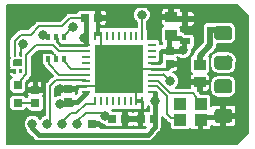
<source format=gtl>
G04 #@! TF.GenerationSoftware,KiCad,Pcbnew,5.0.1+dfsg1-3*
G04 #@! TF.CreationDate,2018-12-05T12:11:20+09:00*
G04 #@! TF.ProjectId,fst-01,6673742D30312E6B696361645F706362,rev?*
G04 #@! TF.SameCoordinates,Original*
G04 #@! TF.FileFunction,Copper,L1,Top,Signal*
G04 #@! TF.FilePolarity,Positive*
%FSLAX46Y46*%
G04 Gerber Fmt 4.6, Leading zero omitted, Abs format (unit mm)*
G04 Created by KiCad (PCBNEW 5.0.1+dfsg1-3) date Wed Dec  5 12:11:20 2018*
%MOMM*%
%LPD*%
G01*
G04 APERTURE LIST*
G04 #@! TA.AperFunction,Conductor*
%ADD10C,0.150000*%
G04 #@! TD*
G04 #@! TA.AperFunction,SMDPad,CuDef*
%ADD11C,1.200000*%
G04 #@! TD*
G04 #@! TA.AperFunction,ComponentPad*
%ADD12C,0.750000*%
G04 #@! TD*
G04 #@! TA.AperFunction,ComponentPad*
%ADD13C,0.800000*%
G04 #@! TD*
G04 #@! TA.AperFunction,ComponentPad*
%ADD14R,0.800000X0.800000*%
G04 #@! TD*
G04 #@! TA.AperFunction,SMDPad,CuDef*
%ADD15R,0.900000X0.600000*%
G04 #@! TD*
G04 #@! TA.AperFunction,SMDPad,CuDef*
%ADD16C,0.600000*%
G04 #@! TD*
G04 #@! TA.AperFunction,SMDPad,CuDef*
%ADD17C,0.220000*%
G04 #@! TD*
G04 #@! TA.AperFunction,SMDPad,CuDef*
%ADD18R,2.000000X2.000000*%
G04 #@! TD*
G04 #@! TA.AperFunction,SMDPad,CuDef*
%ADD19R,0.750000X0.280000*%
G04 #@! TD*
G04 #@! TA.AperFunction,SMDPad,CuDef*
%ADD20R,0.280000X0.750000*%
G04 #@! TD*
G04 #@! TA.AperFunction,SMDPad,CuDef*
%ADD21R,0.400000X0.500000*%
G04 #@! TD*
G04 #@! TA.AperFunction,SMDPad,CuDef*
%ADD22R,1.100000X1.000000*%
G04 #@! TD*
G04 #@! TA.AperFunction,SMDPad,CuDef*
%ADD23R,0.700000X0.700000*%
G04 #@! TD*
G04 #@! TA.AperFunction,SMDPad,CuDef*
%ADD24R,0.698500X0.762000*%
G04 #@! TD*
G04 #@! TA.AperFunction,SMDPad,CuDef*
%ADD25R,1.000760X0.899160*%
G04 #@! TD*
G04 #@! TA.AperFunction,SMDPad,CuDef*
%ADD26R,0.762000X0.698500*%
G04 #@! TD*
G04 #@! TA.AperFunction,ViaPad*
%ADD27C,0.800000*%
G04 #@! TD*
G04 #@! TA.AperFunction,Conductor*
%ADD28C,0.200660*%
G04 #@! TD*
G04 #@! TA.AperFunction,Conductor*
%ADD29C,0.500000*%
G04 #@! TD*
G04 #@! TA.AperFunction,Conductor*
%ADD30C,0.599440*%
G04 #@! TD*
G04 #@! TA.AperFunction,Conductor*
%ADD31C,0.254000*%
G04 #@! TD*
G04 #@! TA.AperFunction,Conductor*
%ADD32C,0.279400*%
G04 #@! TD*
G04 #@! TA.AperFunction,Conductor*
%ADD33C,0.300000*%
G04 #@! TD*
G04 #@! TA.AperFunction,Conductor*
%ADD34C,0.380000*%
G04 #@! TD*
G04 #@! TA.AperFunction,Conductor*
%ADD35C,0.202000*%
G04 #@! TD*
G04 #@! TA.AperFunction,Conductor*
%ADD36C,0.250000*%
G04 #@! TD*
G04 #@! TA.AperFunction,Conductor*
%ADD37C,0.508000*%
G04 #@! TD*
G04 #@! TA.AperFunction,Conductor*
%ADD38C,0.400000*%
G04 #@! TD*
G04 #@! TA.AperFunction,Conductor*
%ADD39C,0.381000*%
G04 #@! TD*
G04 #@! TA.AperFunction,Conductor*
%ADD40C,0.200000*%
G04 #@! TD*
G04 APERTURE END LIST*
D10*
G04 #@! TO.N,/D+_PLUG*
G04 #@! TO.C,J1*
G36*
X127629405Y-99397945D02*
X127658527Y-99402264D01*
X127687085Y-99409418D01*
X127714805Y-99419336D01*
X127741419Y-99431924D01*
X127766671Y-99447059D01*
X127790318Y-99464597D01*
X127812132Y-99484368D01*
X127831903Y-99506182D01*
X127849441Y-99529829D01*
X127864576Y-99555081D01*
X127877164Y-99581695D01*
X127887082Y-99609415D01*
X127894236Y-99637973D01*
X127898555Y-99667095D01*
X127900000Y-99696500D01*
X127900000Y-100296500D01*
X127898555Y-100325905D01*
X127894236Y-100355027D01*
X127887082Y-100383585D01*
X127877164Y-100411305D01*
X127864576Y-100437919D01*
X127849441Y-100463171D01*
X127831903Y-100486818D01*
X127812132Y-100508632D01*
X127790318Y-100528403D01*
X127766671Y-100545941D01*
X127741419Y-100561076D01*
X127714805Y-100573664D01*
X127687085Y-100583582D01*
X127658527Y-100590736D01*
X127629405Y-100595055D01*
X127600000Y-100596500D01*
X126700000Y-100596500D01*
X126670595Y-100595055D01*
X126641473Y-100590736D01*
X126612915Y-100583582D01*
X126585195Y-100573664D01*
X126558581Y-100561076D01*
X126533329Y-100545941D01*
X126509682Y-100528403D01*
X126487868Y-100508632D01*
X126468097Y-100486818D01*
X126450559Y-100463171D01*
X126435424Y-100437919D01*
X126422836Y-100411305D01*
X126412918Y-100383585D01*
X126405764Y-100355027D01*
X126401445Y-100325905D01*
X126400000Y-100296500D01*
X126400000Y-99696500D01*
X126401445Y-99667095D01*
X126405764Y-99637973D01*
X126412918Y-99609415D01*
X126422836Y-99581695D01*
X126435424Y-99555081D01*
X126450559Y-99529829D01*
X126468097Y-99506182D01*
X126487868Y-99484368D01*
X126509682Y-99464597D01*
X126533329Y-99447059D01*
X126558581Y-99431924D01*
X126585195Y-99419336D01*
X126612915Y-99409418D01*
X126641473Y-99402264D01*
X126670595Y-99397945D01*
X126700000Y-99396500D01*
X127600000Y-99396500D01*
X127629405Y-99397945D01*
X127629405Y-99397945D01*
G37*
D11*
G04 #@! TD*
G04 #@! TO.P,J1,3*
G04 #@! TO.N,/D+_PLUG*
X127150000Y-99996500D03*
D10*
G04 #@! TO.N,/D-_PLUG*
G04 #@! TO.C,J1*
G36*
X127629405Y-97397945D02*
X127658527Y-97402264D01*
X127687085Y-97409418D01*
X127714805Y-97419336D01*
X127741419Y-97431924D01*
X127766671Y-97447059D01*
X127790318Y-97464597D01*
X127812132Y-97484368D01*
X127831903Y-97506182D01*
X127849441Y-97529829D01*
X127864576Y-97555081D01*
X127877164Y-97581695D01*
X127887082Y-97609415D01*
X127894236Y-97637973D01*
X127898555Y-97667095D01*
X127900000Y-97696500D01*
X127900000Y-98296500D01*
X127898555Y-98325905D01*
X127894236Y-98355027D01*
X127887082Y-98383585D01*
X127877164Y-98411305D01*
X127864576Y-98437919D01*
X127849441Y-98463171D01*
X127831903Y-98486818D01*
X127812132Y-98508632D01*
X127790318Y-98528403D01*
X127766671Y-98545941D01*
X127741419Y-98561076D01*
X127714805Y-98573664D01*
X127687085Y-98583582D01*
X127658527Y-98590736D01*
X127629405Y-98595055D01*
X127600000Y-98596500D01*
X126700000Y-98596500D01*
X126670595Y-98595055D01*
X126641473Y-98590736D01*
X126612915Y-98583582D01*
X126585195Y-98573664D01*
X126558581Y-98561076D01*
X126533329Y-98545941D01*
X126509682Y-98528403D01*
X126487868Y-98508632D01*
X126468097Y-98486818D01*
X126450559Y-98463171D01*
X126435424Y-98437919D01*
X126422836Y-98411305D01*
X126412918Y-98383585D01*
X126405764Y-98355027D01*
X126401445Y-98325905D01*
X126400000Y-98296500D01*
X126400000Y-97696500D01*
X126401445Y-97667095D01*
X126405764Y-97637973D01*
X126412918Y-97609415D01*
X126422836Y-97581695D01*
X126435424Y-97555081D01*
X126450559Y-97529829D01*
X126468097Y-97506182D01*
X126487868Y-97484368D01*
X126509682Y-97464597D01*
X126533329Y-97447059D01*
X126558581Y-97431924D01*
X126585195Y-97419336D01*
X126612915Y-97409418D01*
X126641473Y-97402264D01*
X126670595Y-97397945D01*
X126700000Y-97396500D01*
X127600000Y-97396500D01*
X127629405Y-97397945D01*
X127629405Y-97397945D01*
G37*
D11*
G04 #@! TD*
G04 #@! TO.P,J1,2*
G04 #@! TO.N,/D-_PLUG*
X127150000Y-97996500D03*
D10*
G04 #@! TO.N,GND*
G04 #@! TO.C,J1*
G36*
X127629405Y-101897945D02*
X127658527Y-101902264D01*
X127687085Y-101909418D01*
X127714805Y-101919336D01*
X127741419Y-101931924D01*
X127766671Y-101947059D01*
X127790318Y-101964597D01*
X127812132Y-101984368D01*
X127831903Y-102006182D01*
X127849441Y-102029829D01*
X127864576Y-102055081D01*
X127877164Y-102081695D01*
X127887082Y-102109415D01*
X127894236Y-102137973D01*
X127898555Y-102167095D01*
X127900000Y-102196500D01*
X127900000Y-102796500D01*
X127898555Y-102825905D01*
X127894236Y-102855027D01*
X127887082Y-102883585D01*
X127877164Y-102911305D01*
X127864576Y-102937919D01*
X127849441Y-102963171D01*
X127831903Y-102986818D01*
X127812132Y-103008632D01*
X127790318Y-103028403D01*
X127766671Y-103045941D01*
X127741419Y-103061076D01*
X127714805Y-103073664D01*
X127687085Y-103083582D01*
X127658527Y-103090736D01*
X127629405Y-103095055D01*
X127600000Y-103096500D01*
X126700000Y-103096500D01*
X126670595Y-103095055D01*
X126641473Y-103090736D01*
X126612915Y-103083582D01*
X126585195Y-103073664D01*
X126558581Y-103061076D01*
X126533329Y-103045941D01*
X126509682Y-103028403D01*
X126487868Y-103008632D01*
X126468097Y-102986818D01*
X126450559Y-102963171D01*
X126435424Y-102937919D01*
X126422836Y-102911305D01*
X126412918Y-102883585D01*
X126405764Y-102855027D01*
X126401445Y-102825905D01*
X126400000Y-102796500D01*
X126400000Y-102196500D01*
X126401445Y-102167095D01*
X126405764Y-102137973D01*
X126412918Y-102109415D01*
X126422836Y-102081695D01*
X126435424Y-102055081D01*
X126450559Y-102029829D01*
X126468097Y-102006182D01*
X126487868Y-101984368D01*
X126509682Y-101964597D01*
X126533329Y-101947059D01*
X126558581Y-101931924D01*
X126585195Y-101919336D01*
X126612915Y-101909418D01*
X126641473Y-101902264D01*
X126670595Y-101897945D01*
X126700000Y-101896500D01*
X127600000Y-101896500D01*
X127629405Y-101897945D01*
X127629405Y-101897945D01*
G37*
D11*
G04 #@! TD*
G04 #@! TO.P,J1,4*
G04 #@! TO.N,GND*
X127150000Y-102496500D03*
D10*
G04 #@! TO.N,/VBUS*
G04 #@! TO.C,J1*
G36*
X127629405Y-94897945D02*
X127658527Y-94902264D01*
X127687085Y-94909418D01*
X127714805Y-94919336D01*
X127741419Y-94931924D01*
X127766671Y-94947059D01*
X127790318Y-94964597D01*
X127812132Y-94984368D01*
X127831903Y-95006182D01*
X127849441Y-95029829D01*
X127864576Y-95055081D01*
X127877164Y-95081695D01*
X127887082Y-95109415D01*
X127894236Y-95137973D01*
X127898555Y-95167095D01*
X127900000Y-95196500D01*
X127900000Y-95796500D01*
X127898555Y-95825905D01*
X127894236Y-95855027D01*
X127887082Y-95883585D01*
X127877164Y-95911305D01*
X127864576Y-95937919D01*
X127849441Y-95963171D01*
X127831903Y-95986818D01*
X127812132Y-96008632D01*
X127790318Y-96028403D01*
X127766671Y-96045941D01*
X127741419Y-96061076D01*
X127714805Y-96073664D01*
X127687085Y-96083582D01*
X127658527Y-96090736D01*
X127629405Y-96095055D01*
X127600000Y-96096500D01*
X126700000Y-96096500D01*
X126670595Y-96095055D01*
X126641473Y-96090736D01*
X126612915Y-96083582D01*
X126585195Y-96073664D01*
X126558581Y-96061076D01*
X126533329Y-96045941D01*
X126509682Y-96028403D01*
X126487868Y-96008632D01*
X126468097Y-95986818D01*
X126450559Y-95963171D01*
X126435424Y-95937919D01*
X126422836Y-95911305D01*
X126412918Y-95883585D01*
X126405764Y-95855027D01*
X126401445Y-95825905D01*
X126400000Y-95796500D01*
X126400000Y-95196500D01*
X126401445Y-95167095D01*
X126405764Y-95137973D01*
X126412918Y-95109415D01*
X126422836Y-95081695D01*
X126435424Y-95055081D01*
X126450559Y-95029829D01*
X126468097Y-95006182D01*
X126487868Y-94984368D01*
X126509682Y-94964597D01*
X126533329Y-94947059D01*
X126558581Y-94931924D01*
X126585195Y-94919336D01*
X126612915Y-94909418D01*
X126641473Y-94902264D01*
X126670595Y-94897945D01*
X126700000Y-94896500D01*
X127600000Y-94896500D01*
X127629405Y-94897945D01*
X127629405Y-94897945D01*
G37*
D11*
G04 #@! TD*
G04 #@! TO.P,J1,1*
G04 #@! TO.N,/VBUS*
X127150000Y-95496500D03*
D12*
G04 #@! TO.P,J1,5*
G04 #@! TO.N,GND*
X128200000Y-104196500D03*
X128200000Y-93796500D03*
G04 #@! TD*
D13*
G04 #@! TO.P,K1,2*
G04 #@! TO.N,/SWDIO*
X112268000Y-103174800D03*
G04 #@! TO.P,K1,1*
G04 #@! TO.N,+3V3*
X110998000Y-103174800D03*
G04 #@! TO.P,K1,3*
G04 #@! TO.N,/SWCLK*
X113538000Y-103174800D03*
G04 #@! TO.P,K1,4*
G04 #@! TO.N,/NRST*
X114808000Y-103174800D03*
D14*
G04 #@! TO.P,K1,5*
G04 #@! TO.N,GND*
X116078000Y-103174800D03*
G04 #@! TD*
D15*
G04 #@! TO.P,U2,1*
G04 #@! TO.N,GND*
X123925000Y-94296500D03*
G04 #@! TO.P,U2,2*
G04 #@! TO.N,+3V3*
X123925000Y-96196500D03*
G04 #@! TO.P,U2,3*
G04 #@! TO.N,/VBUS*
X126225000Y-95246500D03*
G04 #@! TD*
D10*
G04 #@! TO.N,N/C*
G04 #@! TO.C,U4*
G36*
X110014703Y-97697222D02*
X110029264Y-97699382D01*
X110043543Y-97702959D01*
X110057403Y-97707918D01*
X110070710Y-97714212D01*
X110083336Y-97721780D01*
X110095159Y-97730548D01*
X110106066Y-97740434D01*
X110115952Y-97751341D01*
X110124720Y-97763164D01*
X110132288Y-97775790D01*
X110138582Y-97789097D01*
X110143541Y-97802957D01*
X110147118Y-97817236D01*
X110149278Y-97831797D01*
X110150000Y-97846500D01*
X110150000Y-98146500D01*
X110149278Y-98161203D01*
X110147118Y-98175764D01*
X110143541Y-98190043D01*
X110138582Y-98203903D01*
X110132288Y-98217210D01*
X110124720Y-98229836D01*
X110115952Y-98241659D01*
X110106066Y-98252566D01*
X110095159Y-98262452D01*
X110083336Y-98271220D01*
X110070710Y-98278788D01*
X110057403Y-98285082D01*
X110043543Y-98290041D01*
X110029264Y-98293618D01*
X110014703Y-98295778D01*
X110000000Y-98296500D01*
X109500000Y-98296500D01*
X109485297Y-98295778D01*
X109470736Y-98293618D01*
X109456457Y-98290041D01*
X109442597Y-98285082D01*
X109429290Y-98278788D01*
X109416664Y-98271220D01*
X109404841Y-98262452D01*
X109393934Y-98252566D01*
X109384048Y-98241659D01*
X109375280Y-98229836D01*
X109367712Y-98217210D01*
X109361418Y-98203903D01*
X109356459Y-98190043D01*
X109352882Y-98175764D01*
X109350722Y-98161203D01*
X109350000Y-98146500D01*
X109350000Y-97846500D01*
X109350722Y-97831797D01*
X109352882Y-97817236D01*
X109356459Y-97802957D01*
X109361418Y-97789097D01*
X109367712Y-97775790D01*
X109375280Y-97763164D01*
X109384048Y-97751341D01*
X109393934Y-97740434D01*
X109404841Y-97730548D01*
X109416664Y-97721780D01*
X109429290Y-97714212D01*
X109442597Y-97707918D01*
X109456457Y-97702959D01*
X109470736Y-97699382D01*
X109485297Y-97697222D01*
X109500000Y-97696500D01*
X110000000Y-97696500D01*
X110014703Y-97697222D01*
X110014703Y-97697222D01*
G37*
D16*
G04 #@! TD*
G04 #@! TO.P,U4,5*
G04 #@! TO.N,N/C*
X109750000Y-97996500D03*
D10*
G04 #@! TO.N,+3V3*
G04 #@! TO.C,U4*
G36*
X109560391Y-97096765D02*
X109565730Y-97097557D01*
X109570966Y-97098868D01*
X109576048Y-97100687D01*
X109580927Y-97102994D01*
X109585556Y-97105769D01*
X109589892Y-97108984D01*
X109593891Y-97112609D01*
X109597516Y-97116608D01*
X109600731Y-97120944D01*
X109603506Y-97125573D01*
X109605813Y-97130452D01*
X109607632Y-97135534D01*
X109608943Y-97140770D01*
X109609735Y-97146109D01*
X109610000Y-97151500D01*
X109610000Y-97441500D01*
X109609735Y-97446891D01*
X109608943Y-97452230D01*
X109607632Y-97457466D01*
X109605813Y-97462548D01*
X109603506Y-97467427D01*
X109600731Y-97472056D01*
X109597516Y-97476392D01*
X109593891Y-97480391D01*
X109589892Y-97484016D01*
X109585556Y-97487231D01*
X109580927Y-97490006D01*
X109576048Y-97492313D01*
X109570966Y-97494132D01*
X109565730Y-97495443D01*
X109560391Y-97496235D01*
X109555000Y-97496500D01*
X109445000Y-97496500D01*
X109439609Y-97496235D01*
X109434270Y-97495443D01*
X109429034Y-97494132D01*
X109423952Y-97492313D01*
X109419073Y-97490006D01*
X109414444Y-97487231D01*
X109410108Y-97484016D01*
X109406109Y-97480391D01*
X109402484Y-97476392D01*
X109399269Y-97472056D01*
X109396494Y-97467427D01*
X109394187Y-97462548D01*
X109392368Y-97457466D01*
X109391057Y-97452230D01*
X109390265Y-97446891D01*
X109390000Y-97441500D01*
X109390000Y-97151500D01*
X109390265Y-97146109D01*
X109391057Y-97140770D01*
X109392368Y-97135534D01*
X109394187Y-97130452D01*
X109396494Y-97125573D01*
X109399269Y-97120944D01*
X109402484Y-97116608D01*
X109406109Y-97112609D01*
X109410108Y-97108984D01*
X109414444Y-97105769D01*
X109419073Y-97102994D01*
X109423952Y-97100687D01*
X109429034Y-97098868D01*
X109434270Y-97097557D01*
X109439609Y-97096765D01*
X109445000Y-97096500D01*
X109555000Y-97096500D01*
X109560391Y-97096765D01*
X109560391Y-97096765D01*
G37*
D17*
G04 #@! TD*
G04 #@! TO.P,U4,1*
G04 #@! TO.N,+3V3*
X109500000Y-97296500D03*
D10*
G04 #@! TO.N,/PA3*
G04 #@! TO.C,U4*
G36*
X110060391Y-97096765D02*
X110065730Y-97097557D01*
X110070966Y-97098868D01*
X110076048Y-97100687D01*
X110080927Y-97102994D01*
X110085556Y-97105769D01*
X110089892Y-97108984D01*
X110093891Y-97112609D01*
X110097516Y-97116608D01*
X110100731Y-97120944D01*
X110103506Y-97125573D01*
X110105813Y-97130452D01*
X110107632Y-97135534D01*
X110108943Y-97140770D01*
X110109735Y-97146109D01*
X110110000Y-97151500D01*
X110110000Y-97441500D01*
X110109735Y-97446891D01*
X110108943Y-97452230D01*
X110107632Y-97457466D01*
X110105813Y-97462548D01*
X110103506Y-97467427D01*
X110100731Y-97472056D01*
X110097516Y-97476392D01*
X110093891Y-97480391D01*
X110089892Y-97484016D01*
X110085556Y-97487231D01*
X110080927Y-97490006D01*
X110076048Y-97492313D01*
X110070966Y-97494132D01*
X110065730Y-97495443D01*
X110060391Y-97496235D01*
X110055000Y-97496500D01*
X109945000Y-97496500D01*
X109939609Y-97496235D01*
X109934270Y-97495443D01*
X109929034Y-97494132D01*
X109923952Y-97492313D01*
X109919073Y-97490006D01*
X109914444Y-97487231D01*
X109910108Y-97484016D01*
X109906109Y-97480391D01*
X109902484Y-97476392D01*
X109899269Y-97472056D01*
X109896494Y-97467427D01*
X109894187Y-97462548D01*
X109892368Y-97457466D01*
X109891057Y-97452230D01*
X109890265Y-97446891D01*
X109890000Y-97441500D01*
X109890000Y-97151500D01*
X109890265Y-97146109D01*
X109891057Y-97140770D01*
X109892368Y-97135534D01*
X109894187Y-97130452D01*
X109896494Y-97125573D01*
X109899269Y-97120944D01*
X109902484Y-97116608D01*
X109906109Y-97112609D01*
X109910108Y-97108984D01*
X109914444Y-97105769D01*
X109919073Y-97102994D01*
X109923952Y-97100687D01*
X109929034Y-97098868D01*
X109934270Y-97097557D01*
X109939609Y-97096765D01*
X109945000Y-97096500D01*
X110055000Y-97096500D01*
X110060391Y-97096765D01*
X110060391Y-97096765D01*
G37*
D17*
G04 #@! TD*
G04 #@! TO.P,U4,4*
G04 #@! TO.N,/PA3*
X110000000Y-97296500D03*
D10*
G04 #@! TO.N,GND*
G04 #@! TO.C,U4*
G36*
X109560391Y-98496765D02*
X109565730Y-98497557D01*
X109570966Y-98498868D01*
X109576048Y-98500687D01*
X109580927Y-98502994D01*
X109585556Y-98505769D01*
X109589892Y-98508984D01*
X109593891Y-98512609D01*
X109597516Y-98516608D01*
X109600731Y-98520944D01*
X109603506Y-98525573D01*
X109605813Y-98530452D01*
X109607632Y-98535534D01*
X109608943Y-98540770D01*
X109609735Y-98546109D01*
X109610000Y-98551500D01*
X109610000Y-98841500D01*
X109609735Y-98846891D01*
X109608943Y-98852230D01*
X109607632Y-98857466D01*
X109605813Y-98862548D01*
X109603506Y-98867427D01*
X109600731Y-98872056D01*
X109597516Y-98876392D01*
X109593891Y-98880391D01*
X109589892Y-98884016D01*
X109585556Y-98887231D01*
X109580927Y-98890006D01*
X109576048Y-98892313D01*
X109570966Y-98894132D01*
X109565730Y-98895443D01*
X109560391Y-98896235D01*
X109555000Y-98896500D01*
X109445000Y-98896500D01*
X109439609Y-98896235D01*
X109434270Y-98895443D01*
X109429034Y-98894132D01*
X109423952Y-98892313D01*
X109419073Y-98890006D01*
X109414444Y-98887231D01*
X109410108Y-98884016D01*
X109406109Y-98880391D01*
X109402484Y-98876392D01*
X109399269Y-98872056D01*
X109396494Y-98867427D01*
X109394187Y-98862548D01*
X109392368Y-98857466D01*
X109391057Y-98852230D01*
X109390265Y-98846891D01*
X109390000Y-98841500D01*
X109390000Y-98551500D01*
X109390265Y-98546109D01*
X109391057Y-98540770D01*
X109392368Y-98535534D01*
X109394187Y-98530452D01*
X109396494Y-98525573D01*
X109399269Y-98520944D01*
X109402484Y-98516608D01*
X109406109Y-98512609D01*
X109410108Y-98508984D01*
X109414444Y-98505769D01*
X109419073Y-98502994D01*
X109423952Y-98500687D01*
X109429034Y-98498868D01*
X109434270Y-98497557D01*
X109439609Y-98496765D01*
X109445000Y-98496500D01*
X109555000Y-98496500D01*
X109560391Y-98496765D01*
X109560391Y-98496765D01*
G37*
D17*
G04 #@! TD*
G04 #@! TO.P,U4,2*
G04 #@! TO.N,GND*
X109500000Y-98696500D03*
D10*
G04 #@! TO.N,Net-(U4-Pad3)*
G04 #@! TO.C,U4*
G36*
X110060391Y-98496765D02*
X110065730Y-98497557D01*
X110070966Y-98498868D01*
X110076048Y-98500687D01*
X110080927Y-98502994D01*
X110085556Y-98505769D01*
X110089892Y-98508984D01*
X110093891Y-98512609D01*
X110097516Y-98516608D01*
X110100731Y-98520944D01*
X110103506Y-98525573D01*
X110105813Y-98530452D01*
X110107632Y-98535534D01*
X110108943Y-98540770D01*
X110109735Y-98546109D01*
X110110000Y-98551500D01*
X110110000Y-98841500D01*
X110109735Y-98846891D01*
X110108943Y-98852230D01*
X110107632Y-98857466D01*
X110105813Y-98862548D01*
X110103506Y-98867427D01*
X110100731Y-98872056D01*
X110097516Y-98876392D01*
X110093891Y-98880391D01*
X110089892Y-98884016D01*
X110085556Y-98887231D01*
X110080927Y-98890006D01*
X110076048Y-98892313D01*
X110070966Y-98894132D01*
X110065730Y-98895443D01*
X110060391Y-98896235D01*
X110055000Y-98896500D01*
X109945000Y-98896500D01*
X109939609Y-98896235D01*
X109934270Y-98895443D01*
X109929034Y-98894132D01*
X109923952Y-98892313D01*
X109919073Y-98890006D01*
X109914444Y-98887231D01*
X109910108Y-98884016D01*
X109906109Y-98880391D01*
X109902484Y-98876392D01*
X109899269Y-98872056D01*
X109896494Y-98867427D01*
X109894187Y-98862548D01*
X109892368Y-98857466D01*
X109891057Y-98852230D01*
X109890265Y-98846891D01*
X109890000Y-98841500D01*
X109890000Y-98551500D01*
X109890265Y-98546109D01*
X109891057Y-98540770D01*
X109892368Y-98535534D01*
X109894187Y-98530452D01*
X109896494Y-98525573D01*
X109899269Y-98520944D01*
X109902484Y-98516608D01*
X109906109Y-98512609D01*
X109910108Y-98508984D01*
X109914444Y-98505769D01*
X109919073Y-98502994D01*
X109923952Y-98500687D01*
X109929034Y-98498868D01*
X109934270Y-98497557D01*
X109939609Y-98496765D01*
X109945000Y-98496500D01*
X110055000Y-98496500D01*
X110060391Y-98496765D01*
X110060391Y-98496765D01*
G37*
D17*
G04 #@! TD*
G04 #@! TO.P,U4,3*
G04 #@! TO.N,Net-(U4-Pad3)*
X110000000Y-98696500D03*
D18*
G04 #@! TO.P,U1,37*
G04 #@! TO.N,GND*
X119300000Y-97506500D03*
X117300000Y-99506500D03*
X117300000Y-97506500D03*
X119300000Y-99506500D03*
D19*
G04 #@! TO.P,U1,1*
G04 #@! TO.N,+3V3*
X121075000Y-100506500D03*
G04 #@! TO.P,U1,2*
G04 #@! TO.N,/OSC_IN*
X121075000Y-100006500D03*
G04 #@! TO.P,U1,3*
G04 #@! TO.N,/OSC_OUT*
X121075000Y-99506500D03*
G04 #@! TO.P,U1,4*
G04 #@! TO.N,/NRST*
X121075000Y-99006500D03*
G04 #@! TO.P,U1,5*
G04 #@! TO.N,GND*
X121075000Y-98506500D03*
G04 #@! TO.P,U1,6*
G04 #@! TO.N,+3V3*
X121075000Y-98006500D03*
G04 #@! TO.P,U1,7*
G04 #@! TO.N,Net-(U1-Pad7)*
X121075000Y-97506500D03*
G04 #@! TO.P,U1,8*
G04 #@! TO.N,Net-(U1-Pad8)*
X121075000Y-97006500D03*
G04 #@! TO.P,U1,9*
G04 #@! TO.N,Net-(U1-Pad9)*
X121075000Y-96506500D03*
D20*
G04 #@! TO.P,U1,10*
G04 #@! TO.N,/PA3*
X120300000Y-95731500D03*
G04 #@! TO.P,U1,11*
G04 #@! TO.N,Net-(U1-Pad11)*
X119800000Y-95731500D03*
G04 #@! TO.P,U1,12*
G04 #@! TO.N,Net-(U1-Pad12)*
X119300000Y-95731500D03*
G04 #@! TO.P,U1,13*
G04 #@! TO.N,Net-(U1-Pad13)*
X118800000Y-95731500D03*
G04 #@! TO.P,U1,14*
G04 #@! TO.N,Net-(U1-Pad14)*
X118300000Y-95731500D03*
G04 #@! TO.P,U1,15*
G04 #@! TO.N,Net-(U1-Pad15)*
X117800000Y-95731500D03*
G04 #@! TO.P,U1,16*
G04 #@! TO.N,Net-(U1-Pad16)*
X117300000Y-95731500D03*
G04 #@! TO.P,U1,17*
G04 #@! TO.N,GND*
X116800000Y-95731500D03*
G04 #@! TO.P,U1,18*
X116300000Y-95731500D03*
D19*
G04 #@! TO.P,U1,19*
G04 #@! TO.N,+3V3*
X115525000Y-96506500D03*
G04 #@! TO.P,U1,20*
G04 #@! TO.N,/LED*
X115525000Y-97006500D03*
G04 #@! TO.P,U1,21*
G04 #@! TO.N,Net-(U1-Pad21)*
X115525000Y-97506500D03*
G04 #@! TO.P,U1,22*
G04 #@! TO.N,Net-(U1-Pad22)*
X115525000Y-98006500D03*
G04 #@! TO.P,U1,23*
G04 #@! TO.N,/D-*
X115525000Y-98506500D03*
G04 #@! TO.P,U1,24*
G04 #@! TO.N,/D+*
X115525000Y-99006500D03*
G04 #@! TO.P,U1,25*
G04 #@! TO.N,/SWDIO*
X115525000Y-99506500D03*
G04 #@! TO.P,U1,26*
G04 #@! TO.N,GND*
X115525000Y-100006500D03*
G04 #@! TO.P,U1,27*
G04 #@! TO.N,+3V3*
X115525000Y-100506500D03*
D20*
G04 #@! TO.P,U1,28*
G04 #@! TO.N,/SWCLK*
X116300000Y-101281500D03*
G04 #@! TO.P,U1,29*
G04 #@! TO.N,Net-(U1-Pad29)*
X116800000Y-101281500D03*
G04 #@! TO.P,U1,30*
G04 #@! TO.N,Net-(U1-Pad30)*
X117300000Y-101281500D03*
G04 #@! TO.P,U1,31*
G04 #@! TO.N,Net-(U1-Pad31)*
X117800000Y-101281500D03*
G04 #@! TO.P,U1,32*
G04 #@! TO.N,Net-(U1-Pad32)*
X118300000Y-101281500D03*
G04 #@! TO.P,U1,33*
G04 #@! TO.N,Net-(U1-Pad33)*
X118800000Y-101281500D03*
G04 #@! TO.P,U1,34*
G04 #@! TO.N,Net-(U1-Pad34)*
X119300000Y-101281500D03*
G04 #@! TO.P,U1,35*
G04 #@! TO.N,GND*
X119800000Y-101281500D03*
G04 #@! TO.P,U1,36*
X120300000Y-101281500D03*
G04 #@! TD*
D21*
G04 #@! TO.P,U3,6*
G04 #@! TO.N,/D+_PLUG*
X112350000Y-95806500D03*
G04 #@! TO.P,U3,5*
G04 #@! TO.N,+3V3*
X113000000Y-95806500D03*
G04 #@! TO.P,U3,4*
G04 #@! TO.N,/D-_PLUG*
X113650000Y-95806500D03*
G04 #@! TO.P,U3,3*
G04 #@! TO.N,/D-*
X113650000Y-97706500D03*
G04 #@! TO.P,U3,2*
G04 #@! TO.N,GND*
X113000000Y-97706500D03*
G04 #@! TO.P,U3,1*
G04 #@! TO.N,/D+*
X112350000Y-97706500D03*
G04 #@! TD*
D22*
G04 #@! TO.P,X1,3*
G04 #@! TO.N,GND*
X123525000Y-101471500D03*
G04 #@! TO.P,X1,1*
G04 #@! TO.N,/OSC_IN*
X123525000Y-102871500D03*
G04 #@! TO.P,X1,3*
G04 #@! TO.N,GND*
X125225000Y-102871500D03*
G04 #@! TO.P,X1,2*
G04 #@! TO.N,/OSC_OUT*
X125225000Y-101471500D03*
G04 #@! TD*
D23*
G04 #@! TO.P,D1,2*
G04 #@! TO.N,/LED*
X109750000Y-99906500D03*
G04 #@! TO.P,D1,1*
G04 #@! TO.N,Net-(D1-Pad1)*
X109750000Y-101406500D03*
G04 #@! TD*
D24*
G04 #@! TO.P,R1,1*
G04 #@! TO.N,Net-(D1-Pad1)*
X111250000Y-101405140D03*
G04 #@! TO.P,R1,2*
G04 #@! TO.N,GND*
X111250000Y-100307860D03*
G04 #@! TD*
D25*
G04 #@! TO.P,C7,2*
G04 #@! TO.N,GND*
X125175000Y-99673340D03*
G04 #@! TO.P,C7,1*
G04 #@! TO.N,/VBUS*
X125175000Y-98169660D03*
G04 #@! TD*
D24*
G04 #@! TO.P,C1,2*
G04 #@! TO.N,+3V3*
X122600000Y-96987860D03*
G04 #@! TO.P,C1,1*
G04 #@! TO.N,GND*
X122600000Y-98085140D03*
G04 #@! TD*
D26*
G04 #@! TO.P,C2,2*
G04 #@! TO.N,+3V3*
X121248640Y-102756500D03*
G04 #@! TO.P,C2,1*
G04 #@! TO.N,GND*
X120151360Y-102756500D03*
G04 #@! TD*
G04 #@! TO.P,C5,2*
G04 #@! TO.N,+3V3*
X115451360Y-94206500D03*
G04 #@! TO.P,C5,1*
G04 #@! TO.N,GND*
X116548640Y-94206500D03*
G04 #@! TD*
D24*
G04 #@! TO.P,C4,2*
G04 #@! TO.N,+3V3*
X114000000Y-101325140D03*
G04 #@! TO.P,C4,1*
G04 #@! TO.N,GND*
X114000000Y-100227860D03*
G04 #@! TD*
D26*
G04 #@! TO.P,C3,2*
G04 #@! TO.N,GND*
X118848640Y-102756500D03*
G04 #@! TO.P,C3,1*
G04 #@! TO.N,/NRST*
X117751360Y-102756500D03*
G04 #@! TD*
D25*
G04 #@! TO.P,C6,2*
G04 #@! TO.N,GND*
X122750000Y-94144660D03*
G04 #@! TO.P,C6,1*
G04 #@! TO.N,+3V3*
X122750000Y-95648340D03*
G04 #@! TD*
D27*
G04 #@! TO.N,/D+_PLUG*
X111861340Y-95643440D03*
X126825000Y-100171500D03*
G04 #@! TO.N,/D-_PLUG*
X127525000Y-97796500D03*
X114425000Y-94996500D03*
G04 #@! TO.N,/NRST*
X117177820Y-102494080D03*
X122639861Y-99546639D03*
G04 #@! TO.N,GND*
X118300500Y-98577400D03*
X113300000Y-100250000D03*
X123449998Y-101396500D03*
G04 #@! TO.N,+3V3*
X115341400Y-95897700D03*
X121386600Y-101201220D03*
X123750000Y-96946500D03*
X113300000Y-101500000D03*
G04 #@! TO.N,/PA3*
X120243600Y-93941900D03*
X110210600Y-96443800D03*
G04 #@! TD*
D28*
G04 #@! TO.N,/D+*
X112389920Y-98140520D02*
X112389920Y-97665540D01*
X113365280Y-99021900D02*
X113271300Y-99021900D01*
X113271300Y-99021900D02*
X112389920Y-98140520D01*
X115488368Y-99001451D02*
X115290600Y-99021900D01*
X115290600Y-99021900D02*
X113360200Y-99021900D01*
G04 #@! TO.N,/D+_PLUG*
X112049558Y-95818958D02*
X111887000Y-95656400D01*
X112420400Y-95821500D02*
X112049558Y-95821500D01*
G04 #@! TO.N,/D-*
X113652300Y-97764600D02*
X113677700Y-97739200D01*
X113652300Y-97878900D02*
X113652300Y-97764600D01*
X115488368Y-98501071D02*
X114274471Y-98501071D01*
X114274471Y-98501071D02*
X113652300Y-97878900D01*
G04 #@! TO.N,/D-_PLUG*
X127523582Y-97795082D02*
X127525000Y-97796500D01*
X127201418Y-97795082D02*
X127523582Y-97795082D01*
X114375000Y-94996500D02*
X114450000Y-94996500D01*
X113725000Y-95646500D02*
X114375000Y-94996500D01*
G04 #@! TO.N,/LED*
X109982000Y-99949000D02*
X109855000Y-99822000D01*
X110464600Y-98996500D02*
X110464600Y-98882200D01*
X109994700Y-99466400D02*
X110464600Y-98996500D01*
X109816900Y-99872800D02*
X109994700Y-99695000D01*
X109994700Y-99695000D02*
X109994700Y-99466400D01*
X113217831Y-96999931D02*
X115488368Y-96999931D01*
X112739400Y-96521500D02*
X113217831Y-96999931D01*
X110464600Y-98868300D02*
X110464600Y-97358200D01*
X111301300Y-96521500D02*
X112739400Y-96521500D01*
X110464600Y-97358200D02*
X111301300Y-96521500D01*
G04 #@! TO.N,/NRST*
X121040808Y-99001451D02*
X121090337Y-99050980D01*
X121040808Y-99001451D02*
X122079891Y-99001451D01*
X116956840Y-102257860D02*
X117210840Y-102511860D01*
X117210840Y-102511860D02*
X117901720Y-102511860D01*
X115493800Y-102257860D02*
X116956840Y-102257860D01*
X114790220Y-103233220D02*
X114790220Y-102961440D01*
X114790220Y-102961440D02*
X115493800Y-102257860D01*
X122123200Y-99047300D02*
X122643900Y-99568000D01*
X122072400Y-98996500D02*
X122123200Y-99047300D01*
G04 #@! TO.N,/OSC_IN*
X123934220Y-103113840D02*
X123934220Y-103108760D01*
X121520490Y-100002211D02*
X121040808Y-100002211D01*
X122375000Y-100856721D02*
X121520490Y-100002211D01*
X122375000Y-102321500D02*
X122375000Y-100856721D01*
X123177040Y-102646500D02*
X122700000Y-102646500D01*
X122700000Y-102646500D02*
X122375000Y-102321500D01*
G04 #@! TO.N,/OSC_OUT*
X124875000Y-101271500D02*
X124975000Y-101371500D01*
X124875000Y-100871500D02*
X124875000Y-101271500D01*
X124575000Y-100571500D02*
X124875000Y-100871500D01*
X121081800Y-99517200D02*
X121619058Y-99517200D01*
X122673358Y-100571500D02*
X124575000Y-100571500D01*
X121619058Y-99517200D02*
X122673358Y-100571500D01*
G04 #@! TO.N,/SWCLK*
X116263068Y-101502081D02*
X116263068Y-101277291D01*
X114721640Y-102268020D02*
X115516660Y-101473000D01*
X114251740Y-102268020D02*
X114721640Y-102268020D01*
X113548160Y-103162100D02*
X113548160Y-102971600D01*
X116205000Y-101473000D02*
X116268500Y-101536500D01*
X115516660Y-101473000D02*
X116205000Y-101473000D01*
X113548160Y-102971600D02*
X114251740Y-102268020D01*
G04 #@! TO.N,/SWDIO*
X112947700Y-99501831D02*
X112483900Y-99965631D01*
X115488368Y-99501831D02*
X112947700Y-99501831D01*
X112483900Y-99965631D02*
X112483900Y-102938580D01*
X112268000Y-103162100D02*
X112483900Y-102946200D01*
X112268000Y-103174800D02*
X112268000Y-103162100D01*
D29*
G04 #@! TO.N,/VBUS*
X125150000Y-97396500D02*
X125150000Y-98096500D01*
X126025000Y-95496500D02*
X126025000Y-96521500D01*
X126025000Y-96521500D02*
X125150000Y-97396500D01*
D28*
X126225000Y-95246500D02*
X126875660Y-95246500D01*
X126875660Y-95246500D02*
X126200000Y-95246500D01*
D30*
G04 #@! TO.N,GND*
X119305988Y-97459671D02*
X119305988Y-97495712D01*
X117223188Y-97459671D02*
X117223188Y-97500088D01*
X117223188Y-97500088D02*
X119227600Y-99504500D01*
X119305988Y-97459671D02*
X119305988Y-97521112D01*
X118300500Y-98526600D02*
X118300500Y-98577400D01*
X118300500Y-98577400D02*
X119214900Y-99491800D01*
D28*
X118262400Y-98539300D02*
X118300500Y-98577400D01*
D30*
X119305988Y-97495712D02*
X118262400Y-98539300D01*
D31*
X121040808Y-98501071D02*
X122453529Y-98501071D01*
D28*
X122555000Y-98404680D02*
X122555000Y-98107500D01*
D31*
X122455940Y-98503740D02*
X122555000Y-98404680D01*
D32*
X115488368Y-100002211D02*
X115013718Y-100002211D01*
D28*
X111978440Y-102086410D02*
X111718090Y-102346760D01*
D30*
X119280588Y-97485071D02*
X119280588Y-97881088D01*
X119280588Y-97881088D02*
X119231976Y-97929700D01*
X119231976Y-97929700D02*
X117627400Y-97929700D01*
X117221000Y-97523300D02*
X117221000Y-97548700D01*
X117221000Y-97548700D02*
X117627400Y-97955100D01*
X117627400Y-97955100D02*
X118897400Y-97955100D01*
X119280588Y-99517071D02*
X119138571Y-99517071D01*
X117248588Y-97485071D02*
X117309771Y-97485071D01*
X117309771Y-97586671D02*
X117703600Y-97980500D01*
X117309771Y-97485071D02*
X117309771Y-97586671D01*
X117309771Y-97485071D02*
X117729000Y-97904300D01*
X119280588Y-99517071D02*
X119214771Y-99517071D01*
X119214771Y-99491671D02*
X118770400Y-99047300D01*
X119214771Y-99517071D02*
X119214771Y-99491671D01*
D33*
X119832120Y-101277420D02*
X120154700Y-101277420D01*
D34*
X116586000Y-94488000D02*
X116586000Y-95585280D01*
X116370100Y-95605600D02*
X116690140Y-95605600D01*
D32*
X114841429Y-100012370D02*
X114742368Y-100111431D01*
X114742368Y-100111431D02*
X114327588Y-100111431D01*
X115023900Y-100002340D02*
X115013870Y-100012370D01*
X115013870Y-100012370D02*
X114841429Y-100012370D01*
D28*
X108902500Y-98653600D02*
X108915200Y-98640900D01*
X108902500Y-102031800D02*
X108902500Y-98653600D01*
X111734600Y-102349300D02*
X109220000Y-102349300D01*
X109220000Y-102349300D02*
X108902500Y-102031800D01*
D35*
X112499140Y-97152460D02*
X112595660Y-97152460D01*
X111381540Y-97152460D02*
X112499140Y-97152460D01*
X111340900Y-97193100D02*
X111381540Y-97152460D01*
X111340900Y-97523300D02*
X111340900Y-97193100D01*
D28*
X113836983Y-100253800D02*
X113271298Y-100253800D01*
X114327588Y-100111431D02*
X114185219Y-100253800D01*
X114185219Y-100253800D02*
X113836983Y-100253800D01*
X116586000Y-94576900D02*
X116586000Y-94043500D01*
D35*
X111340900Y-98003549D02*
X111340900Y-97536000D01*
X111836200Y-98498849D02*
X111340900Y-98003549D01*
X111836200Y-100050600D02*
X111836200Y-98498849D01*
X111975900Y-100190300D02*
X111836200Y-100050600D01*
X111988600Y-102095300D02*
X111975900Y-102082600D01*
X111975900Y-102082600D02*
X111975900Y-100190300D01*
D28*
X111935260Y-100276660D02*
X111950500Y-100291900D01*
X111302800Y-100276660D02*
X111935260Y-100276660D01*
D36*
X120307100Y-102577900D02*
X120269000Y-102616000D01*
X120243600Y-101257100D02*
X120307100Y-101320600D01*
X120307100Y-101320600D02*
X120307100Y-102577900D01*
D28*
X119888000Y-103505000D02*
X120211850Y-103181150D01*
X120211850Y-102539800D02*
X119957850Y-102793800D01*
X116801900Y-103505000D02*
X119888000Y-103505000D01*
X120211850Y-103181150D02*
X120211850Y-102539800D01*
X116123720Y-103159560D02*
X116456460Y-103159560D01*
X116456460Y-103159560D02*
X116801900Y-103505000D01*
D35*
X114820420Y-93357700D02*
X110741460Y-93357700D01*
X114829031Y-93349089D02*
X114820420Y-93357700D01*
X116598700Y-93992700D02*
X116598700Y-93687900D01*
X116259889Y-93349089D02*
X114829031Y-93349089D01*
X116598700Y-93687900D02*
X116259889Y-93349089D01*
D28*
X118872000Y-102755700D02*
X119957850Y-102755700D01*
X118846600Y-102730300D02*
X118872000Y-102755700D01*
X108915200Y-98590100D02*
X108915200Y-98640900D01*
X109550200Y-98628200D02*
X108953300Y-98628200D01*
X108953300Y-98628200D02*
X108915200Y-98590100D01*
X108915200Y-95181300D02*
X110725000Y-93371500D01*
X108915200Y-98640900D02*
X108915200Y-95181300D01*
D30*
X123500000Y-101346498D02*
X123449998Y-101396500D01*
D37*
X122950000Y-94321500D02*
X123750000Y-94321500D01*
X122775000Y-94146500D02*
X122950000Y-94321500D01*
D28*
X124275000Y-93196500D02*
X127423000Y-93196500D01*
X127423000Y-93196500D02*
X128143000Y-93916500D01*
X123925000Y-94371500D02*
X123925000Y-93546500D01*
X123925000Y-93546500D02*
X124275000Y-93196500D01*
D29*
X123386400Y-98132900D02*
X122529600Y-98132900D01*
X123475000Y-98921500D02*
X123475000Y-98221500D01*
X123475000Y-98221500D02*
X123386400Y-98132900D01*
X124975000Y-99671500D02*
X124225000Y-99671500D01*
X124225000Y-99671500D02*
X123475000Y-98921500D01*
D38*
X125450000Y-102571500D02*
X127150000Y-102571500D01*
X125225000Y-102796500D02*
X125450000Y-102571500D01*
D35*
X112588040Y-97152460D02*
X112684560Y-97152460D01*
X113000000Y-97467900D02*
X113000000Y-97721500D01*
X112684560Y-97152460D02*
X113000000Y-97467900D01*
D28*
X116368069Y-93240909D02*
X122480591Y-93240909D01*
X116259889Y-93349089D02*
X116368069Y-93240909D01*
X122480591Y-93240909D02*
X122736182Y-93496500D01*
X122736182Y-93496500D02*
X122736182Y-94182682D01*
X127879340Y-103875840D02*
X127391160Y-103875840D01*
X128200000Y-104196500D02*
X127879340Y-103875840D01*
X127150000Y-103621980D02*
X127150000Y-102521500D01*
X127403860Y-103875840D02*
X127150000Y-103621980D01*
X128200000Y-93973500D02*
X127823000Y-93596500D01*
X128200000Y-93996500D02*
X128200000Y-93973500D01*
X117300000Y-99506500D02*
X116760000Y-100046500D01*
X117300000Y-97506500D02*
X116800000Y-97006500D01*
X116800000Y-97076900D02*
X118194600Y-98471500D01*
X116800000Y-95731500D02*
X116800000Y-97076900D01*
X116871400Y-100006500D02*
X118300500Y-98577400D01*
X115525000Y-100006500D02*
X116871400Y-100006500D01*
X118371400Y-98506500D02*
X118300500Y-98577400D01*
X121075000Y-98506500D02*
X118371400Y-98506500D01*
X119800000Y-101281500D02*
X119800000Y-99446500D01*
X119169600Y-99446500D02*
X118425000Y-98701900D01*
X119800000Y-99446500D02*
X119169600Y-99446500D01*
D32*
G04 #@! TO.N,+3V3*
X115488368Y-96499551D02*
X114038251Y-96499551D01*
D34*
X121348500Y-100545900D02*
X121361200Y-100558600D01*
D32*
X121810909Y-98000691D02*
X121820940Y-97990660D01*
X121040808Y-98000691D02*
X121810909Y-98000691D01*
D39*
X122529600Y-95897700D02*
X122529600Y-96812100D01*
X122529600Y-96812100D02*
X122692160Y-96974660D01*
X114735129Y-101351080D02*
X115519200Y-100567009D01*
X114414300Y-101351080D02*
X114735129Y-101351080D01*
X113471960Y-101533960D02*
X114231420Y-101533960D01*
X114231420Y-101533960D02*
X114414300Y-101351080D01*
D32*
X113055400Y-96192340D02*
X113055400Y-95885000D01*
X114096800Y-96507300D02*
X113362611Y-96499551D01*
X113362611Y-96499551D02*
X113055400Y-96192340D01*
D34*
X121856500Y-97904300D02*
X121856500Y-97066100D01*
X121805700Y-97955100D02*
X121856500Y-97904300D01*
D38*
X121945400Y-96989900D02*
X122422156Y-96989900D01*
X121856500Y-97078800D02*
X121945400Y-96989900D01*
X121386600Y-103466900D02*
X121386600Y-100596700D01*
X120751600Y-104101900D02*
X121386600Y-103466900D01*
X110998000Y-103187500D02*
X110998000Y-103568500D01*
X111531400Y-104101900D02*
X120751600Y-104101900D01*
X110998000Y-103568500D02*
X111531400Y-104101900D01*
X122862960Y-96971500D02*
X123650000Y-96971500D01*
X122692160Y-96974660D02*
X122859800Y-96974660D01*
X122859800Y-96974660D02*
X122862960Y-96971500D01*
D39*
X123800000Y-96821500D02*
X123800000Y-96221500D01*
X123675000Y-96946500D02*
X123800000Y-96821500D01*
D38*
X123525000Y-95896500D02*
X123825000Y-96196500D01*
X122862960Y-95896500D02*
X123525000Y-95896500D01*
D28*
X109499400Y-96151700D02*
X109499400Y-97218500D01*
X110020100Y-95631000D02*
X109499400Y-96151700D01*
X115265200Y-94234000D02*
X115252500Y-94246700D01*
X111544100Y-94919800D02*
X110832900Y-95631000D01*
X114149800Y-94246700D02*
X113476700Y-94919800D01*
X113476700Y-94919800D02*
X111544100Y-94919800D01*
X115252500Y-94246700D02*
X114149800Y-94246700D01*
X110832900Y-95631000D02*
X110020100Y-95631000D01*
D32*
X115600000Y-96413800D02*
X115519200Y-96494600D01*
D39*
X115550000Y-94321500D02*
X115550000Y-96421500D01*
X115475000Y-94246500D02*
X115550000Y-94321500D01*
X115350000Y-95914500D02*
X115450620Y-95813880D01*
X115350000Y-95921500D02*
X115350000Y-95914500D01*
D28*
G04 #@! TO.N,Net-(D1-Pad1)*
X111213900Y-101384100D02*
X111264700Y-101333300D01*
X109905800Y-101384100D02*
X111213900Y-101384100D01*
G04 #@! TO.N,/PA3*
X120266108Y-95724851D02*
X120269000Y-95721959D01*
X120269000Y-94018100D02*
X120243600Y-93992700D01*
X120269000Y-95758000D02*
X120269000Y-94018100D01*
X110007400Y-96685100D02*
X110172500Y-96520000D01*
X110007400Y-97129600D02*
X110007400Y-96685100D01*
G04 #@! TD*
D40*
G04 #@! TO.N,GND*
G36*
X127220093Y-94168676D02*
X127228947Y-94206677D01*
X127251669Y-94238396D01*
X127298814Y-94263141D01*
X127706889Y-94351778D01*
X127784701Y-94429590D01*
X127834742Y-94379549D01*
X127868968Y-94386983D01*
X127897179Y-94475298D01*
X128179995Y-94539512D01*
X128398833Y-94502075D01*
X129263001Y-94689780D01*
X129263000Y-103616648D01*
X128653643Y-103601754D01*
X128615299Y-103563410D01*
X128578785Y-103599924D01*
X128528695Y-103598700D01*
X128502821Y-103517702D01*
X128220005Y-103453488D01*
X127934144Y-103502391D01*
X127897179Y-103517702D01*
X127863502Y-103623126D01*
X127846186Y-103624895D01*
X127784701Y-103563410D01*
X127709223Y-103638888D01*
X127358136Y-103674758D01*
X127320840Y-103686220D01*
X127290769Y-103711082D01*
X127270572Y-103753046D01*
X127020881Y-104904400D01*
X108862000Y-104904400D01*
X108862000Y-101056500D01*
X109039065Y-101056500D01*
X109039065Y-101756500D01*
X109066540Y-101894624D01*
X109144780Y-102011720D01*
X109261876Y-102089960D01*
X109400000Y-102117435D01*
X110100000Y-102117435D01*
X110238124Y-102089960D01*
X110355220Y-102011720D01*
X110433460Y-101894624D01*
X110444638Y-101838430D01*
X110550216Y-101838430D01*
X110567290Y-101924264D01*
X110645530Y-102041360D01*
X110762626Y-102119600D01*
X110900750Y-102147075D01*
X111599250Y-102147075D01*
X111737374Y-102119600D01*
X111854470Y-102041360D01*
X111932710Y-101924264D01*
X111960185Y-101786140D01*
X111960185Y-101024140D01*
X111932710Y-100886016D01*
X111912982Y-100856491D01*
X111953250Y-100759275D01*
X111953250Y-100550360D01*
X111864750Y-100461860D01*
X111404000Y-100461860D01*
X111404000Y-100481860D01*
X111096000Y-100481860D01*
X111096000Y-100461860D01*
X110635250Y-100461860D01*
X110546750Y-100550360D01*
X110546750Y-100759275D01*
X110587018Y-100856491D01*
X110567290Y-100886016D01*
X110558587Y-100929770D01*
X110435726Y-100929770D01*
X110433460Y-100918376D01*
X110355220Y-100801280D01*
X110238124Y-100723040D01*
X110100000Y-100695565D01*
X109400000Y-100695565D01*
X109261876Y-100723040D01*
X109144780Y-100801280D01*
X109066540Y-100918376D01*
X109039065Y-101056500D01*
X108862000Y-101056500D01*
X108862000Y-97846500D01*
X108989065Y-97846500D01*
X108989065Y-98146500D01*
X109027958Y-98342026D01*
X109054416Y-98381624D01*
X109036000Y-98426085D01*
X109036000Y-98508000D01*
X109124500Y-98596500D01*
X109271485Y-98596500D01*
X109304474Y-98618542D01*
X109500000Y-98657435D01*
X109529065Y-98657435D01*
X109529065Y-98841500D01*
X109534833Y-98870500D01*
X109445000Y-98870500D01*
X109445000Y-98796500D01*
X109124500Y-98796500D01*
X109036000Y-98885000D01*
X109036000Y-98966915D01*
X109089893Y-99097025D01*
X109189475Y-99196607D01*
X109258590Y-99225235D01*
X109144780Y-99301280D01*
X109066540Y-99418376D01*
X109039065Y-99556500D01*
X109039065Y-100256500D01*
X109066540Y-100394624D01*
X109144780Y-100511720D01*
X109261876Y-100589960D01*
X109400000Y-100617435D01*
X110100000Y-100617435D01*
X110238124Y-100589960D01*
X110355220Y-100511720D01*
X110433460Y-100394624D01*
X110460935Y-100256500D01*
X110460935Y-99856445D01*
X110546750Y-99856445D01*
X110546750Y-100065360D01*
X110635250Y-100153860D01*
X111096000Y-100153860D01*
X111096000Y-99661360D01*
X111404000Y-99661360D01*
X111404000Y-100153860D01*
X111864750Y-100153860D01*
X111953250Y-100065360D01*
X111953250Y-99856445D01*
X111899357Y-99726335D01*
X111799775Y-99626753D01*
X111669665Y-99572860D01*
X111492500Y-99572860D01*
X111404000Y-99661360D01*
X111096000Y-99661360D01*
X111007500Y-99572860D01*
X110830335Y-99572860D01*
X110700225Y-99626753D01*
X110600643Y-99726335D01*
X110546750Y-99856445D01*
X110460935Y-99856445D01*
X110460935Y-99642684D01*
X110754223Y-99349397D01*
X110792153Y-99324053D01*
X110817499Y-99286121D01*
X110859648Y-99223040D01*
X110892569Y-99173770D01*
X110918930Y-99041244D01*
X110918930Y-99041239D01*
X110927829Y-98996500D01*
X110918930Y-98951761D01*
X110918930Y-97546389D01*
X111489490Y-96975830D01*
X112551211Y-96975830D01*
X112693025Y-97117644D01*
X112682633Y-97121948D01*
X112550000Y-97095565D01*
X112150000Y-97095565D01*
X112011876Y-97123040D01*
X111894780Y-97201280D01*
X111816540Y-97318376D01*
X111789065Y-97456500D01*
X111789065Y-97956500D01*
X111816540Y-98094624D01*
X111894780Y-98211720D01*
X111947915Y-98247223D01*
X111961951Y-98317789D01*
X112062367Y-98468073D01*
X112100300Y-98493419D01*
X112716666Y-99109785D01*
X112658078Y-99148933D01*
X112620147Y-99174278D01*
X112594803Y-99212208D01*
X112194280Y-99612732D01*
X112156347Y-99638078D01*
X112055931Y-99788362D01*
X112029570Y-99920888D01*
X112029570Y-99920892D01*
X112020671Y-99965631D01*
X112029570Y-100010370D01*
X112029571Y-102457437D01*
X111840893Y-102535589D01*
X111633000Y-102743482D01*
X111425107Y-102535589D01*
X111147980Y-102420800D01*
X110848020Y-102420800D01*
X110570893Y-102535589D01*
X110358789Y-102747693D01*
X110244000Y-103024820D01*
X110244000Y-103324780D01*
X110358789Y-103601907D01*
X110459906Y-103703024D01*
X110476144Y-103784659D01*
X110567682Y-103921655D01*
X110567684Y-103921657D01*
X110598590Y-103967911D01*
X110644844Y-103998817D01*
X111101082Y-104455056D01*
X111131989Y-104501311D01*
X111315240Y-104623756D01*
X111476838Y-104655900D01*
X111476842Y-104655900D01*
X111531400Y-104666752D01*
X111585958Y-104655900D01*
X120697042Y-104655900D01*
X120751600Y-104666752D01*
X120806158Y-104655900D01*
X120806162Y-104655900D01*
X120967760Y-104623756D01*
X121151011Y-104501311D01*
X121181919Y-104455054D01*
X121739757Y-103897217D01*
X121786011Y-103866311D01*
X121840570Y-103784659D01*
X121908456Y-103683060D01*
X121917618Y-103637000D01*
X121940600Y-103521462D01*
X121940600Y-103521458D01*
X121951452Y-103466900D01*
X121940600Y-103412342D01*
X121940600Y-103277548D01*
X121963100Y-103243874D01*
X121990575Y-103105750D01*
X121990575Y-102563938D01*
X122047447Y-102649053D01*
X122085380Y-102674399D01*
X122347103Y-102936122D01*
X122372447Y-102974053D01*
X122410377Y-102999397D01*
X122410378Y-102999398D01*
X122522728Y-103074468D01*
X122522729Y-103074468D01*
X122522730Y-103074469D01*
X122614065Y-103092637D01*
X122614065Y-103371500D01*
X122641540Y-103509624D01*
X122719780Y-103626720D01*
X122836876Y-103704960D01*
X122975000Y-103732435D01*
X124075000Y-103732435D01*
X124213124Y-103704960D01*
X124330220Y-103626720D01*
X124371783Y-103564516D01*
X124374893Y-103572025D01*
X124474475Y-103671607D01*
X124604585Y-103725500D01*
X124982500Y-103725500D01*
X125071000Y-103637000D01*
X125071000Y-103025500D01*
X125051000Y-103025500D01*
X125051000Y-102717500D01*
X125071000Y-102717500D01*
X125071000Y-102697500D01*
X125379000Y-102697500D01*
X125379000Y-102717500D01*
X125399000Y-102717500D01*
X125399000Y-103025500D01*
X125379000Y-103025500D01*
X125379000Y-103637000D01*
X125467500Y-103725500D01*
X125845415Y-103725500D01*
X125975525Y-103671607D01*
X126075107Y-103572025D01*
X126129000Y-103441915D01*
X126129000Y-103326132D01*
X126199475Y-103396607D01*
X126329585Y-103450500D01*
X126907500Y-103450500D01*
X126996000Y-103362000D01*
X126996000Y-102650500D01*
X127304000Y-102650500D01*
X127304000Y-103362000D01*
X127392500Y-103450500D01*
X127970415Y-103450500D01*
X128100525Y-103396607D01*
X128200107Y-103297025D01*
X128254000Y-103166915D01*
X128254000Y-102739000D01*
X128165500Y-102650500D01*
X127304000Y-102650500D01*
X126996000Y-102650500D01*
X126976000Y-102650500D01*
X126976000Y-102342500D01*
X126996000Y-102342500D01*
X126996000Y-101631000D01*
X127304000Y-101631000D01*
X127304000Y-102342500D01*
X128165500Y-102342500D01*
X128254000Y-102254000D01*
X128254000Y-101826085D01*
X128200107Y-101695975D01*
X128100525Y-101596393D01*
X127970415Y-101542500D01*
X127392500Y-101542500D01*
X127304000Y-101631000D01*
X126996000Y-101631000D01*
X126907500Y-101542500D01*
X126329585Y-101542500D01*
X126199475Y-101596393D01*
X126135935Y-101659933D01*
X126135935Y-100971500D01*
X126108460Y-100833376D01*
X126030220Y-100716280D01*
X125913124Y-100638040D01*
X125775000Y-100610565D01*
X125247066Y-100610565D01*
X125227898Y-100581878D01*
X125227897Y-100581877D01*
X125202553Y-100543947D01*
X125164623Y-100518603D01*
X125021000Y-100374981D01*
X125021000Y-99827340D01*
X125329000Y-99827340D01*
X125329000Y-100388420D01*
X125417500Y-100476920D01*
X125745795Y-100476920D01*
X125875905Y-100423027D01*
X125975487Y-100323445D01*
X126029380Y-100193335D01*
X126029380Y-99915840D01*
X125940880Y-99827340D01*
X125329000Y-99827340D01*
X125021000Y-99827340D01*
X124409120Y-99827340D01*
X124320620Y-99915840D01*
X124320620Y-100117170D01*
X123135648Y-100117170D01*
X123279072Y-99973746D01*
X123393861Y-99696619D01*
X123393861Y-99696500D01*
X126039065Y-99696500D01*
X126039065Y-100296500D01*
X126089376Y-100549429D01*
X126232648Y-100763852D01*
X126447071Y-100907124D01*
X126700000Y-100957435D01*
X127600000Y-100957435D01*
X127852929Y-100907124D01*
X128067352Y-100763852D01*
X128210624Y-100549429D01*
X128260935Y-100296500D01*
X128260935Y-99696500D01*
X128210624Y-99443571D01*
X128067352Y-99229148D01*
X127852929Y-99085876D01*
X127600000Y-99035565D01*
X126700000Y-99035565D01*
X126447071Y-99085876D01*
X126232648Y-99229148D01*
X126089376Y-99443571D01*
X126039065Y-99696500D01*
X123393861Y-99696500D01*
X123393861Y-99396659D01*
X123279072Y-99119532D01*
X123066968Y-98907428D01*
X122856235Y-98820140D01*
X123019665Y-98820140D01*
X123149775Y-98766247D01*
X123249357Y-98666665D01*
X123303250Y-98536555D01*
X123303250Y-98327640D01*
X123214750Y-98239140D01*
X122754000Y-98239140D01*
X122754000Y-98259140D01*
X122446000Y-98259140D01*
X122446000Y-98239140D01*
X122426000Y-98239140D01*
X122426000Y-97931140D01*
X122446000Y-97931140D01*
X122446000Y-97911140D01*
X122754000Y-97911140D01*
X122754000Y-97931140D01*
X123214750Y-97931140D01*
X123303250Y-97842640D01*
X123303250Y-97720080D01*
X124313685Y-97720080D01*
X124313685Y-98619240D01*
X124341160Y-98757364D01*
X124419400Y-98874460D01*
X124485780Y-98918813D01*
X124474095Y-98923653D01*
X124374513Y-99023235D01*
X124320620Y-99153345D01*
X124320620Y-99430840D01*
X124409120Y-99519340D01*
X125021000Y-99519340D01*
X125021000Y-99499340D01*
X125329000Y-99499340D01*
X125329000Y-99519340D01*
X125940880Y-99519340D01*
X126029380Y-99430840D01*
X126029380Y-99153345D01*
X125975487Y-99023235D01*
X125875905Y-98923653D01*
X125864220Y-98918813D01*
X125930600Y-98874460D01*
X126008840Y-98757364D01*
X126036315Y-98619240D01*
X126036315Y-97720080D01*
X126031625Y-97696500D01*
X126039065Y-97696500D01*
X126039065Y-98296500D01*
X126089376Y-98549429D01*
X126232648Y-98763852D01*
X126447071Y-98907124D01*
X126700000Y-98957435D01*
X127600000Y-98957435D01*
X127852929Y-98907124D01*
X128067352Y-98763852D01*
X128210624Y-98549429D01*
X128260935Y-98296500D01*
X128260935Y-97990093D01*
X128279000Y-97946480D01*
X128279000Y-97646520D01*
X128225118Y-97516436D01*
X128210624Y-97443571D01*
X128169350Y-97381800D01*
X128164211Y-97369393D01*
X128154715Y-97359897D01*
X128067352Y-97229148D01*
X127852929Y-97085876D01*
X127712043Y-97057852D01*
X127674980Y-97042500D01*
X127634864Y-97042500D01*
X127600000Y-97035565D01*
X126700000Y-97035565D01*
X126447071Y-97085876D01*
X126232648Y-97229148D01*
X126089376Y-97443571D01*
X126039065Y-97696500D01*
X126031625Y-97696500D01*
X126008840Y-97581956D01*
X125932693Y-97467992D01*
X126410026Y-96990659D01*
X126460460Y-96956960D01*
X126593956Y-96757169D01*
X126629000Y-96580989D01*
X126629000Y-96580988D01*
X126640833Y-96521500D01*
X126629000Y-96462012D01*
X126629000Y-96443312D01*
X126700000Y-96457435D01*
X127600000Y-96457435D01*
X127852929Y-96407124D01*
X128067352Y-96263852D01*
X128210624Y-96049429D01*
X128260935Y-95796500D01*
X128260935Y-95196500D01*
X128210624Y-94943571D01*
X128067352Y-94729148D01*
X127852929Y-94585876D01*
X127600000Y-94535565D01*
X126700000Y-94535565D01*
X126448634Y-94585565D01*
X125775000Y-94585565D01*
X125636876Y-94613040D01*
X125519780Y-94691280D01*
X125441540Y-94808376D01*
X125414065Y-94946500D01*
X125414065Y-95546500D01*
X125421000Y-95581365D01*
X125421001Y-96271314D01*
X124764976Y-96927339D01*
X124714540Y-96961040D01*
X124581044Y-97160832D01*
X124560523Y-97264000D01*
X124536077Y-97386900D01*
X124419400Y-97464860D01*
X124341160Y-97581956D01*
X124313685Y-97720080D01*
X123303250Y-97720080D01*
X123303250Y-97633725D01*
X123262982Y-97536509D01*
X123267272Y-97530090D01*
X123322893Y-97585711D01*
X123600020Y-97700500D01*
X123899980Y-97700500D01*
X124177107Y-97585711D01*
X124389211Y-97373607D01*
X124504000Y-97096480D01*
X124504000Y-96831775D01*
X124513124Y-96829960D01*
X124630220Y-96751720D01*
X124708460Y-96634624D01*
X124735935Y-96496500D01*
X124735935Y-95896500D01*
X124708460Y-95758376D01*
X124630220Y-95641280D01*
X124513124Y-95563040D01*
X124375000Y-95535565D01*
X123950120Y-95535565D01*
X123924411Y-95497089D01*
X123741160Y-95374644D01*
X123611315Y-95348816D01*
X123611315Y-95198760D01*
X123583840Y-95060636D01*
X123510250Y-94950500D01*
X123682500Y-94950500D01*
X123771000Y-94862000D01*
X123771000Y-94446500D01*
X124079000Y-94446500D01*
X124079000Y-94862000D01*
X124167500Y-94950500D01*
X124445415Y-94950500D01*
X124575525Y-94896607D01*
X124675107Y-94797025D01*
X124729000Y-94666915D01*
X124729000Y-94535000D01*
X124640500Y-94446500D01*
X124079000Y-94446500D01*
X123771000Y-94446500D01*
X123604380Y-94446500D01*
X123604380Y-94387160D01*
X123515882Y-94298662D01*
X123604380Y-94298662D01*
X123604380Y-94146500D01*
X123771000Y-94146500D01*
X123771000Y-93731000D01*
X124079000Y-93731000D01*
X124079000Y-94146500D01*
X124640500Y-94146500D01*
X124729000Y-94058000D01*
X124729000Y-93926085D01*
X124675107Y-93795975D01*
X124575525Y-93696393D01*
X124445415Y-93642500D01*
X124167500Y-93642500D01*
X124079000Y-93731000D01*
X123771000Y-93731000D01*
X123682500Y-93642500D01*
X123604380Y-93642500D01*
X123604380Y-93624665D01*
X123550487Y-93494555D01*
X123450905Y-93394973D01*
X123320795Y-93341080D01*
X122992500Y-93341080D01*
X122904000Y-93429580D01*
X122904000Y-93990660D01*
X122924000Y-93990660D01*
X122924000Y-94298660D01*
X122904000Y-94298660D01*
X122904000Y-94318660D01*
X122596000Y-94318660D01*
X122596000Y-94298660D01*
X121984120Y-94298660D01*
X121895620Y-94387160D01*
X121895620Y-94664655D01*
X121949513Y-94794765D01*
X122049095Y-94894347D01*
X122060780Y-94899187D01*
X121994400Y-94943540D01*
X121916160Y-95060636D01*
X121888685Y-95198760D01*
X121888685Y-96097920D01*
X121916160Y-96236044D01*
X121985100Y-96339222D01*
X121985101Y-96367249D01*
X121946354Y-96425238D01*
X121945400Y-96425048D01*
X121890842Y-96435900D01*
X121890838Y-96435900D01*
X121810935Y-96451794D01*
X121810935Y-96366500D01*
X121783460Y-96228376D01*
X121705220Y-96111280D01*
X121588124Y-96033040D01*
X121450000Y-96005565D01*
X120800935Y-96005565D01*
X120800935Y-95356500D01*
X120773460Y-95218376D01*
X120723330Y-95143350D01*
X120723330Y-94528488D01*
X120882811Y-94369007D01*
X120997600Y-94091880D01*
X120997600Y-93791920D01*
X120928322Y-93624665D01*
X121895620Y-93624665D01*
X121895620Y-93902160D01*
X121984120Y-93990660D01*
X122596000Y-93990660D01*
X122596000Y-93429580D01*
X122507500Y-93341080D01*
X122179205Y-93341080D01*
X122049095Y-93394973D01*
X121949513Y-93494555D01*
X121895620Y-93624665D01*
X120928322Y-93624665D01*
X120882811Y-93514793D01*
X120670707Y-93302689D01*
X120393580Y-93187900D01*
X120093620Y-93187900D01*
X119816493Y-93302689D01*
X119604389Y-93514793D01*
X119489600Y-93791920D01*
X119489600Y-94091880D01*
X119604389Y-94369007D01*
X119814671Y-94579289D01*
X119814670Y-94995565D01*
X119660000Y-94995565D01*
X119550000Y-95017446D01*
X119440000Y-94995565D01*
X119160000Y-94995565D01*
X119050000Y-95017446D01*
X118940000Y-94995565D01*
X118660000Y-94995565D01*
X118550000Y-95017446D01*
X118440000Y-94995565D01*
X118160000Y-94995565D01*
X118050000Y-95017446D01*
X117940000Y-94995565D01*
X117660000Y-94995565D01*
X117550000Y-95017446D01*
X117440000Y-94995565D01*
X117160000Y-94995565D01*
X117127650Y-95002000D01*
X117100000Y-94996500D01*
X116804644Y-94996500D01*
X116671182Y-94909750D01*
X116702642Y-94909750D01*
X116702642Y-94821252D01*
X116791140Y-94909750D01*
X117000055Y-94909750D01*
X117130165Y-94855857D01*
X117229747Y-94756275D01*
X117283640Y-94626165D01*
X117283640Y-94449000D01*
X117195140Y-94360500D01*
X116702640Y-94360500D01*
X116702640Y-94380500D01*
X116394640Y-94380500D01*
X116394640Y-94360500D01*
X116374640Y-94360500D01*
X116374640Y-94052500D01*
X116394640Y-94052500D01*
X116394640Y-93591750D01*
X116702640Y-93591750D01*
X116702640Y-94052500D01*
X117195140Y-94052500D01*
X117283640Y-93964000D01*
X117283640Y-93786835D01*
X117229747Y-93656725D01*
X117130165Y-93557143D01*
X117000055Y-93503250D01*
X116791140Y-93503250D01*
X116702640Y-93591750D01*
X116394640Y-93591750D01*
X116306140Y-93503250D01*
X116097225Y-93503250D01*
X116000009Y-93543518D01*
X115970484Y-93523790D01*
X115832360Y-93496315D01*
X115070360Y-93496315D01*
X114932236Y-93523790D01*
X114815140Y-93602030D01*
X114736900Y-93719126D01*
X114722331Y-93792370D01*
X114194538Y-93792370D01*
X114149799Y-93783471D01*
X114105060Y-93792370D01*
X114105056Y-93792370D01*
X113972530Y-93818731D01*
X113972529Y-93818732D01*
X113972528Y-93818732D01*
X113860178Y-93893802D01*
X113822247Y-93919147D01*
X113796903Y-93957077D01*
X113288511Y-94465470D01*
X111588843Y-94465470D01*
X111544100Y-94456570D01*
X111499357Y-94465470D01*
X111499356Y-94465470D01*
X111366830Y-94491831D01*
X111216547Y-94592247D01*
X111191202Y-94630179D01*
X110644711Y-95176670D01*
X110064838Y-95176670D01*
X110020099Y-95167771D01*
X109975360Y-95176670D01*
X109975356Y-95176670D01*
X109842830Y-95203031D01*
X109804815Y-95228432D01*
X109759471Y-95258730D01*
X109692547Y-95303447D01*
X109667203Y-95341377D01*
X109209780Y-95798801D01*
X109171847Y-95824147D01*
X109071431Y-95974431D01*
X109045070Y-96106957D01*
X109045070Y-96106961D01*
X109036171Y-96151700D01*
X109045070Y-96196439D01*
X109045071Y-97071033D01*
X109029065Y-97151500D01*
X109029065Y-97441500D01*
X109060726Y-97600671D01*
X109061148Y-97601302D01*
X109027958Y-97650974D01*
X108989065Y-97846500D01*
X108862000Y-97846500D01*
X108862000Y-93088600D01*
X127184902Y-93088600D01*
X127220093Y-94168676D01*
X127220093Y-94168676D01*
G37*
X127220093Y-94168676D02*
X127228947Y-94206677D01*
X127251669Y-94238396D01*
X127298814Y-94263141D01*
X127706889Y-94351778D01*
X127784701Y-94429590D01*
X127834742Y-94379549D01*
X127868968Y-94386983D01*
X127897179Y-94475298D01*
X128179995Y-94539512D01*
X128398833Y-94502075D01*
X129263001Y-94689780D01*
X129263000Y-103616648D01*
X128653643Y-103601754D01*
X128615299Y-103563410D01*
X128578785Y-103599924D01*
X128528695Y-103598700D01*
X128502821Y-103517702D01*
X128220005Y-103453488D01*
X127934144Y-103502391D01*
X127897179Y-103517702D01*
X127863502Y-103623126D01*
X127846186Y-103624895D01*
X127784701Y-103563410D01*
X127709223Y-103638888D01*
X127358136Y-103674758D01*
X127320840Y-103686220D01*
X127290769Y-103711082D01*
X127270572Y-103753046D01*
X127020881Y-104904400D01*
X108862000Y-104904400D01*
X108862000Y-101056500D01*
X109039065Y-101056500D01*
X109039065Y-101756500D01*
X109066540Y-101894624D01*
X109144780Y-102011720D01*
X109261876Y-102089960D01*
X109400000Y-102117435D01*
X110100000Y-102117435D01*
X110238124Y-102089960D01*
X110355220Y-102011720D01*
X110433460Y-101894624D01*
X110444638Y-101838430D01*
X110550216Y-101838430D01*
X110567290Y-101924264D01*
X110645530Y-102041360D01*
X110762626Y-102119600D01*
X110900750Y-102147075D01*
X111599250Y-102147075D01*
X111737374Y-102119600D01*
X111854470Y-102041360D01*
X111932710Y-101924264D01*
X111960185Y-101786140D01*
X111960185Y-101024140D01*
X111932710Y-100886016D01*
X111912982Y-100856491D01*
X111953250Y-100759275D01*
X111953250Y-100550360D01*
X111864750Y-100461860D01*
X111404000Y-100461860D01*
X111404000Y-100481860D01*
X111096000Y-100481860D01*
X111096000Y-100461860D01*
X110635250Y-100461860D01*
X110546750Y-100550360D01*
X110546750Y-100759275D01*
X110587018Y-100856491D01*
X110567290Y-100886016D01*
X110558587Y-100929770D01*
X110435726Y-100929770D01*
X110433460Y-100918376D01*
X110355220Y-100801280D01*
X110238124Y-100723040D01*
X110100000Y-100695565D01*
X109400000Y-100695565D01*
X109261876Y-100723040D01*
X109144780Y-100801280D01*
X109066540Y-100918376D01*
X109039065Y-101056500D01*
X108862000Y-101056500D01*
X108862000Y-97846500D01*
X108989065Y-97846500D01*
X108989065Y-98146500D01*
X109027958Y-98342026D01*
X109054416Y-98381624D01*
X109036000Y-98426085D01*
X109036000Y-98508000D01*
X109124500Y-98596500D01*
X109271485Y-98596500D01*
X109304474Y-98618542D01*
X109500000Y-98657435D01*
X109529065Y-98657435D01*
X109529065Y-98841500D01*
X109534833Y-98870500D01*
X109445000Y-98870500D01*
X109445000Y-98796500D01*
X109124500Y-98796500D01*
X109036000Y-98885000D01*
X109036000Y-98966915D01*
X109089893Y-99097025D01*
X109189475Y-99196607D01*
X109258590Y-99225235D01*
X109144780Y-99301280D01*
X109066540Y-99418376D01*
X109039065Y-99556500D01*
X109039065Y-100256500D01*
X109066540Y-100394624D01*
X109144780Y-100511720D01*
X109261876Y-100589960D01*
X109400000Y-100617435D01*
X110100000Y-100617435D01*
X110238124Y-100589960D01*
X110355220Y-100511720D01*
X110433460Y-100394624D01*
X110460935Y-100256500D01*
X110460935Y-99856445D01*
X110546750Y-99856445D01*
X110546750Y-100065360D01*
X110635250Y-100153860D01*
X111096000Y-100153860D01*
X111096000Y-99661360D01*
X111404000Y-99661360D01*
X111404000Y-100153860D01*
X111864750Y-100153860D01*
X111953250Y-100065360D01*
X111953250Y-99856445D01*
X111899357Y-99726335D01*
X111799775Y-99626753D01*
X111669665Y-99572860D01*
X111492500Y-99572860D01*
X111404000Y-99661360D01*
X111096000Y-99661360D01*
X111007500Y-99572860D01*
X110830335Y-99572860D01*
X110700225Y-99626753D01*
X110600643Y-99726335D01*
X110546750Y-99856445D01*
X110460935Y-99856445D01*
X110460935Y-99642684D01*
X110754223Y-99349397D01*
X110792153Y-99324053D01*
X110817499Y-99286121D01*
X110859648Y-99223040D01*
X110892569Y-99173770D01*
X110918930Y-99041244D01*
X110918930Y-99041239D01*
X110927829Y-98996500D01*
X110918930Y-98951761D01*
X110918930Y-97546389D01*
X111489490Y-96975830D01*
X112551211Y-96975830D01*
X112693025Y-97117644D01*
X112682633Y-97121948D01*
X112550000Y-97095565D01*
X112150000Y-97095565D01*
X112011876Y-97123040D01*
X111894780Y-97201280D01*
X111816540Y-97318376D01*
X111789065Y-97456500D01*
X111789065Y-97956500D01*
X111816540Y-98094624D01*
X111894780Y-98211720D01*
X111947915Y-98247223D01*
X111961951Y-98317789D01*
X112062367Y-98468073D01*
X112100300Y-98493419D01*
X112716666Y-99109785D01*
X112658078Y-99148933D01*
X112620147Y-99174278D01*
X112594803Y-99212208D01*
X112194280Y-99612732D01*
X112156347Y-99638078D01*
X112055931Y-99788362D01*
X112029570Y-99920888D01*
X112029570Y-99920892D01*
X112020671Y-99965631D01*
X112029570Y-100010370D01*
X112029571Y-102457437D01*
X111840893Y-102535589D01*
X111633000Y-102743482D01*
X111425107Y-102535589D01*
X111147980Y-102420800D01*
X110848020Y-102420800D01*
X110570893Y-102535589D01*
X110358789Y-102747693D01*
X110244000Y-103024820D01*
X110244000Y-103324780D01*
X110358789Y-103601907D01*
X110459906Y-103703024D01*
X110476144Y-103784659D01*
X110567682Y-103921655D01*
X110567684Y-103921657D01*
X110598590Y-103967911D01*
X110644844Y-103998817D01*
X111101082Y-104455056D01*
X111131989Y-104501311D01*
X111315240Y-104623756D01*
X111476838Y-104655900D01*
X111476842Y-104655900D01*
X111531400Y-104666752D01*
X111585958Y-104655900D01*
X120697042Y-104655900D01*
X120751600Y-104666752D01*
X120806158Y-104655900D01*
X120806162Y-104655900D01*
X120967760Y-104623756D01*
X121151011Y-104501311D01*
X121181919Y-104455054D01*
X121739757Y-103897217D01*
X121786011Y-103866311D01*
X121840570Y-103784659D01*
X121908456Y-103683060D01*
X121917618Y-103637000D01*
X121940600Y-103521462D01*
X121940600Y-103521458D01*
X121951452Y-103466900D01*
X121940600Y-103412342D01*
X121940600Y-103277548D01*
X121963100Y-103243874D01*
X121990575Y-103105750D01*
X121990575Y-102563938D01*
X122047447Y-102649053D01*
X122085380Y-102674399D01*
X122347103Y-102936122D01*
X122372447Y-102974053D01*
X122410377Y-102999397D01*
X122410378Y-102999398D01*
X122522728Y-103074468D01*
X122522729Y-103074468D01*
X122522730Y-103074469D01*
X122614065Y-103092637D01*
X122614065Y-103371500D01*
X122641540Y-103509624D01*
X122719780Y-103626720D01*
X122836876Y-103704960D01*
X122975000Y-103732435D01*
X124075000Y-103732435D01*
X124213124Y-103704960D01*
X124330220Y-103626720D01*
X124371783Y-103564516D01*
X124374893Y-103572025D01*
X124474475Y-103671607D01*
X124604585Y-103725500D01*
X124982500Y-103725500D01*
X125071000Y-103637000D01*
X125071000Y-103025500D01*
X125051000Y-103025500D01*
X125051000Y-102717500D01*
X125071000Y-102717500D01*
X125071000Y-102697500D01*
X125379000Y-102697500D01*
X125379000Y-102717500D01*
X125399000Y-102717500D01*
X125399000Y-103025500D01*
X125379000Y-103025500D01*
X125379000Y-103637000D01*
X125467500Y-103725500D01*
X125845415Y-103725500D01*
X125975525Y-103671607D01*
X126075107Y-103572025D01*
X126129000Y-103441915D01*
X126129000Y-103326132D01*
X126199475Y-103396607D01*
X126329585Y-103450500D01*
X126907500Y-103450500D01*
X126996000Y-103362000D01*
X126996000Y-102650500D01*
X127304000Y-102650500D01*
X127304000Y-103362000D01*
X127392500Y-103450500D01*
X127970415Y-103450500D01*
X128100525Y-103396607D01*
X128200107Y-103297025D01*
X128254000Y-103166915D01*
X128254000Y-102739000D01*
X128165500Y-102650500D01*
X127304000Y-102650500D01*
X126996000Y-102650500D01*
X126976000Y-102650500D01*
X126976000Y-102342500D01*
X126996000Y-102342500D01*
X126996000Y-101631000D01*
X127304000Y-101631000D01*
X127304000Y-102342500D01*
X128165500Y-102342500D01*
X128254000Y-102254000D01*
X128254000Y-101826085D01*
X128200107Y-101695975D01*
X128100525Y-101596393D01*
X127970415Y-101542500D01*
X127392500Y-101542500D01*
X127304000Y-101631000D01*
X126996000Y-101631000D01*
X126907500Y-101542500D01*
X126329585Y-101542500D01*
X126199475Y-101596393D01*
X126135935Y-101659933D01*
X126135935Y-100971500D01*
X126108460Y-100833376D01*
X126030220Y-100716280D01*
X125913124Y-100638040D01*
X125775000Y-100610565D01*
X125247066Y-100610565D01*
X125227898Y-100581878D01*
X125227897Y-100581877D01*
X125202553Y-100543947D01*
X125164623Y-100518603D01*
X125021000Y-100374981D01*
X125021000Y-99827340D01*
X125329000Y-99827340D01*
X125329000Y-100388420D01*
X125417500Y-100476920D01*
X125745795Y-100476920D01*
X125875905Y-100423027D01*
X125975487Y-100323445D01*
X126029380Y-100193335D01*
X126029380Y-99915840D01*
X125940880Y-99827340D01*
X125329000Y-99827340D01*
X125021000Y-99827340D01*
X124409120Y-99827340D01*
X124320620Y-99915840D01*
X124320620Y-100117170D01*
X123135648Y-100117170D01*
X123279072Y-99973746D01*
X123393861Y-99696619D01*
X123393861Y-99696500D01*
X126039065Y-99696500D01*
X126039065Y-100296500D01*
X126089376Y-100549429D01*
X126232648Y-100763852D01*
X126447071Y-100907124D01*
X126700000Y-100957435D01*
X127600000Y-100957435D01*
X127852929Y-100907124D01*
X128067352Y-100763852D01*
X128210624Y-100549429D01*
X128260935Y-100296500D01*
X128260935Y-99696500D01*
X128210624Y-99443571D01*
X128067352Y-99229148D01*
X127852929Y-99085876D01*
X127600000Y-99035565D01*
X126700000Y-99035565D01*
X126447071Y-99085876D01*
X126232648Y-99229148D01*
X126089376Y-99443571D01*
X126039065Y-99696500D01*
X123393861Y-99696500D01*
X123393861Y-99396659D01*
X123279072Y-99119532D01*
X123066968Y-98907428D01*
X122856235Y-98820140D01*
X123019665Y-98820140D01*
X123149775Y-98766247D01*
X123249357Y-98666665D01*
X123303250Y-98536555D01*
X123303250Y-98327640D01*
X123214750Y-98239140D01*
X122754000Y-98239140D01*
X122754000Y-98259140D01*
X122446000Y-98259140D01*
X122446000Y-98239140D01*
X122426000Y-98239140D01*
X122426000Y-97931140D01*
X122446000Y-97931140D01*
X122446000Y-97911140D01*
X122754000Y-97911140D01*
X122754000Y-97931140D01*
X123214750Y-97931140D01*
X123303250Y-97842640D01*
X123303250Y-97720080D01*
X124313685Y-97720080D01*
X124313685Y-98619240D01*
X124341160Y-98757364D01*
X124419400Y-98874460D01*
X124485780Y-98918813D01*
X124474095Y-98923653D01*
X124374513Y-99023235D01*
X124320620Y-99153345D01*
X124320620Y-99430840D01*
X124409120Y-99519340D01*
X125021000Y-99519340D01*
X125021000Y-99499340D01*
X125329000Y-99499340D01*
X125329000Y-99519340D01*
X125940880Y-99519340D01*
X126029380Y-99430840D01*
X126029380Y-99153345D01*
X125975487Y-99023235D01*
X125875905Y-98923653D01*
X125864220Y-98918813D01*
X125930600Y-98874460D01*
X126008840Y-98757364D01*
X126036315Y-98619240D01*
X126036315Y-97720080D01*
X126031625Y-97696500D01*
X126039065Y-97696500D01*
X126039065Y-98296500D01*
X126089376Y-98549429D01*
X126232648Y-98763852D01*
X126447071Y-98907124D01*
X126700000Y-98957435D01*
X127600000Y-98957435D01*
X127852929Y-98907124D01*
X128067352Y-98763852D01*
X128210624Y-98549429D01*
X128260935Y-98296500D01*
X128260935Y-97990093D01*
X128279000Y-97946480D01*
X128279000Y-97646520D01*
X128225118Y-97516436D01*
X128210624Y-97443571D01*
X128169350Y-97381800D01*
X128164211Y-97369393D01*
X128154715Y-97359897D01*
X128067352Y-97229148D01*
X127852929Y-97085876D01*
X127712043Y-97057852D01*
X127674980Y-97042500D01*
X127634864Y-97042500D01*
X127600000Y-97035565D01*
X126700000Y-97035565D01*
X126447071Y-97085876D01*
X126232648Y-97229148D01*
X126089376Y-97443571D01*
X126039065Y-97696500D01*
X126031625Y-97696500D01*
X126008840Y-97581956D01*
X125932693Y-97467992D01*
X126410026Y-96990659D01*
X126460460Y-96956960D01*
X126593956Y-96757169D01*
X126629000Y-96580989D01*
X126629000Y-96580988D01*
X126640833Y-96521500D01*
X126629000Y-96462012D01*
X126629000Y-96443312D01*
X126700000Y-96457435D01*
X127600000Y-96457435D01*
X127852929Y-96407124D01*
X128067352Y-96263852D01*
X128210624Y-96049429D01*
X128260935Y-95796500D01*
X128260935Y-95196500D01*
X128210624Y-94943571D01*
X128067352Y-94729148D01*
X127852929Y-94585876D01*
X127600000Y-94535565D01*
X126700000Y-94535565D01*
X126448634Y-94585565D01*
X125775000Y-94585565D01*
X125636876Y-94613040D01*
X125519780Y-94691280D01*
X125441540Y-94808376D01*
X125414065Y-94946500D01*
X125414065Y-95546500D01*
X125421000Y-95581365D01*
X125421001Y-96271314D01*
X124764976Y-96927339D01*
X124714540Y-96961040D01*
X124581044Y-97160832D01*
X124560523Y-97264000D01*
X124536077Y-97386900D01*
X124419400Y-97464860D01*
X124341160Y-97581956D01*
X124313685Y-97720080D01*
X123303250Y-97720080D01*
X123303250Y-97633725D01*
X123262982Y-97536509D01*
X123267272Y-97530090D01*
X123322893Y-97585711D01*
X123600020Y-97700500D01*
X123899980Y-97700500D01*
X124177107Y-97585711D01*
X124389211Y-97373607D01*
X124504000Y-97096480D01*
X124504000Y-96831775D01*
X124513124Y-96829960D01*
X124630220Y-96751720D01*
X124708460Y-96634624D01*
X124735935Y-96496500D01*
X124735935Y-95896500D01*
X124708460Y-95758376D01*
X124630220Y-95641280D01*
X124513124Y-95563040D01*
X124375000Y-95535565D01*
X123950120Y-95535565D01*
X123924411Y-95497089D01*
X123741160Y-95374644D01*
X123611315Y-95348816D01*
X123611315Y-95198760D01*
X123583840Y-95060636D01*
X123510250Y-94950500D01*
X123682500Y-94950500D01*
X123771000Y-94862000D01*
X123771000Y-94446500D01*
X124079000Y-94446500D01*
X124079000Y-94862000D01*
X124167500Y-94950500D01*
X124445415Y-94950500D01*
X124575525Y-94896607D01*
X124675107Y-94797025D01*
X124729000Y-94666915D01*
X124729000Y-94535000D01*
X124640500Y-94446500D01*
X124079000Y-94446500D01*
X123771000Y-94446500D01*
X123604380Y-94446500D01*
X123604380Y-94387160D01*
X123515882Y-94298662D01*
X123604380Y-94298662D01*
X123604380Y-94146500D01*
X123771000Y-94146500D01*
X123771000Y-93731000D01*
X124079000Y-93731000D01*
X124079000Y-94146500D01*
X124640500Y-94146500D01*
X124729000Y-94058000D01*
X124729000Y-93926085D01*
X124675107Y-93795975D01*
X124575525Y-93696393D01*
X124445415Y-93642500D01*
X124167500Y-93642500D01*
X124079000Y-93731000D01*
X123771000Y-93731000D01*
X123682500Y-93642500D01*
X123604380Y-93642500D01*
X123604380Y-93624665D01*
X123550487Y-93494555D01*
X123450905Y-93394973D01*
X123320795Y-93341080D01*
X122992500Y-93341080D01*
X122904000Y-93429580D01*
X122904000Y-93990660D01*
X122924000Y-93990660D01*
X122924000Y-94298660D01*
X122904000Y-94298660D01*
X122904000Y-94318660D01*
X122596000Y-94318660D01*
X122596000Y-94298660D01*
X121984120Y-94298660D01*
X121895620Y-94387160D01*
X121895620Y-94664655D01*
X121949513Y-94794765D01*
X122049095Y-94894347D01*
X122060780Y-94899187D01*
X121994400Y-94943540D01*
X121916160Y-95060636D01*
X121888685Y-95198760D01*
X121888685Y-96097920D01*
X121916160Y-96236044D01*
X121985100Y-96339222D01*
X121985101Y-96367249D01*
X121946354Y-96425238D01*
X121945400Y-96425048D01*
X121890842Y-96435900D01*
X121890838Y-96435900D01*
X121810935Y-96451794D01*
X121810935Y-96366500D01*
X121783460Y-96228376D01*
X121705220Y-96111280D01*
X121588124Y-96033040D01*
X121450000Y-96005565D01*
X120800935Y-96005565D01*
X120800935Y-95356500D01*
X120773460Y-95218376D01*
X120723330Y-95143350D01*
X120723330Y-94528488D01*
X120882811Y-94369007D01*
X120997600Y-94091880D01*
X120997600Y-93791920D01*
X120928322Y-93624665D01*
X121895620Y-93624665D01*
X121895620Y-93902160D01*
X121984120Y-93990660D01*
X122596000Y-93990660D01*
X122596000Y-93429580D01*
X122507500Y-93341080D01*
X122179205Y-93341080D01*
X122049095Y-93394973D01*
X121949513Y-93494555D01*
X121895620Y-93624665D01*
X120928322Y-93624665D01*
X120882811Y-93514793D01*
X120670707Y-93302689D01*
X120393580Y-93187900D01*
X120093620Y-93187900D01*
X119816493Y-93302689D01*
X119604389Y-93514793D01*
X119489600Y-93791920D01*
X119489600Y-94091880D01*
X119604389Y-94369007D01*
X119814671Y-94579289D01*
X119814670Y-94995565D01*
X119660000Y-94995565D01*
X119550000Y-95017446D01*
X119440000Y-94995565D01*
X119160000Y-94995565D01*
X119050000Y-95017446D01*
X118940000Y-94995565D01*
X118660000Y-94995565D01*
X118550000Y-95017446D01*
X118440000Y-94995565D01*
X118160000Y-94995565D01*
X118050000Y-95017446D01*
X117940000Y-94995565D01*
X117660000Y-94995565D01*
X117550000Y-95017446D01*
X117440000Y-94995565D01*
X117160000Y-94995565D01*
X117127650Y-95002000D01*
X117100000Y-94996500D01*
X116804644Y-94996500D01*
X116671182Y-94909750D01*
X116702642Y-94909750D01*
X116702642Y-94821252D01*
X116791140Y-94909750D01*
X117000055Y-94909750D01*
X117130165Y-94855857D01*
X117229747Y-94756275D01*
X117283640Y-94626165D01*
X117283640Y-94449000D01*
X117195140Y-94360500D01*
X116702640Y-94360500D01*
X116702640Y-94380500D01*
X116394640Y-94380500D01*
X116394640Y-94360500D01*
X116374640Y-94360500D01*
X116374640Y-94052500D01*
X116394640Y-94052500D01*
X116394640Y-93591750D01*
X116702640Y-93591750D01*
X116702640Y-94052500D01*
X117195140Y-94052500D01*
X117283640Y-93964000D01*
X117283640Y-93786835D01*
X117229747Y-93656725D01*
X117130165Y-93557143D01*
X117000055Y-93503250D01*
X116791140Y-93503250D01*
X116702640Y-93591750D01*
X116394640Y-93591750D01*
X116306140Y-93503250D01*
X116097225Y-93503250D01*
X116000009Y-93543518D01*
X115970484Y-93523790D01*
X115832360Y-93496315D01*
X115070360Y-93496315D01*
X114932236Y-93523790D01*
X114815140Y-93602030D01*
X114736900Y-93719126D01*
X114722331Y-93792370D01*
X114194538Y-93792370D01*
X114149799Y-93783471D01*
X114105060Y-93792370D01*
X114105056Y-93792370D01*
X113972530Y-93818731D01*
X113972529Y-93818732D01*
X113972528Y-93818732D01*
X113860178Y-93893802D01*
X113822247Y-93919147D01*
X113796903Y-93957077D01*
X113288511Y-94465470D01*
X111588843Y-94465470D01*
X111544100Y-94456570D01*
X111499357Y-94465470D01*
X111499356Y-94465470D01*
X111366830Y-94491831D01*
X111216547Y-94592247D01*
X111191202Y-94630179D01*
X110644711Y-95176670D01*
X110064838Y-95176670D01*
X110020099Y-95167771D01*
X109975360Y-95176670D01*
X109975356Y-95176670D01*
X109842830Y-95203031D01*
X109804815Y-95228432D01*
X109759471Y-95258730D01*
X109692547Y-95303447D01*
X109667203Y-95341377D01*
X109209780Y-95798801D01*
X109171847Y-95824147D01*
X109071431Y-95974431D01*
X109045070Y-96106957D01*
X109045070Y-96106961D01*
X109036171Y-96151700D01*
X109045070Y-96196439D01*
X109045071Y-97071033D01*
X109029065Y-97151500D01*
X109029065Y-97441500D01*
X109060726Y-97600671D01*
X109061148Y-97601302D01*
X109027958Y-97650974D01*
X108989065Y-97846500D01*
X108862000Y-97846500D01*
X108862000Y-93088600D01*
X127184902Y-93088600D01*
X127220093Y-94168676D01*
G36*
X120832601Y-101713539D02*
X120832600Y-102053285D01*
X120729516Y-102073790D01*
X120699991Y-102093518D01*
X120602775Y-102053250D01*
X120393860Y-102053250D01*
X120305360Y-102141750D01*
X120305360Y-102602500D01*
X120325360Y-102602500D01*
X120325360Y-102910500D01*
X120305360Y-102910500D01*
X120305360Y-103371250D01*
X120393860Y-103459750D01*
X120602775Y-103459750D01*
X120615581Y-103454446D01*
X120522127Y-103547900D01*
X116832000Y-103547900D01*
X116832000Y-103417300D01*
X116743500Y-103328800D01*
X116232000Y-103328800D01*
X116232000Y-103348800D01*
X115924000Y-103348800D01*
X115924000Y-103328800D01*
X115904000Y-103328800D01*
X115904000Y-103020800D01*
X115924000Y-103020800D01*
X115924000Y-103000800D01*
X116232000Y-103000800D01*
X116232000Y-103020800D01*
X116638222Y-103020800D01*
X116750713Y-103133291D01*
X117027840Y-103248080D01*
X117039710Y-103248080D01*
X117115140Y-103360970D01*
X117232236Y-103439210D01*
X117370360Y-103466685D01*
X118132360Y-103466685D01*
X118270484Y-103439210D01*
X118300009Y-103419482D01*
X118397225Y-103459750D01*
X118606140Y-103459750D01*
X118694640Y-103371250D01*
X118694640Y-102910500D01*
X119002640Y-102910500D01*
X119002640Y-103371250D01*
X119091140Y-103459750D01*
X119300055Y-103459750D01*
X119430165Y-103405857D01*
X119500000Y-103336022D01*
X119569835Y-103405857D01*
X119699945Y-103459750D01*
X119908860Y-103459750D01*
X119997360Y-103371250D01*
X119997360Y-102910500D01*
X119504860Y-102910500D01*
X119500000Y-102915360D01*
X119495140Y-102910500D01*
X119002640Y-102910500D01*
X118694640Y-102910500D01*
X118674640Y-102910500D01*
X118674640Y-102602500D01*
X118694640Y-102602500D01*
X118694640Y-102141750D01*
X119002640Y-102141750D01*
X119002640Y-102602500D01*
X119495140Y-102602500D01*
X119500000Y-102597640D01*
X119504860Y-102602500D01*
X119997360Y-102602500D01*
X119997360Y-102141750D01*
X119908860Y-102053250D01*
X119699945Y-102053250D01*
X119569835Y-102107143D01*
X119500000Y-102176978D01*
X119430165Y-102107143D01*
X119300055Y-102053250D01*
X119091140Y-102053250D01*
X119002640Y-102141750D01*
X118694640Y-102141750D01*
X118606140Y-102053250D01*
X118397225Y-102053250D01*
X118300009Y-102093518D01*
X118270484Y-102073790D01*
X118132360Y-102046315D01*
X117796373Y-102046315D01*
X117767493Y-102017435D01*
X117940000Y-102017435D01*
X118050000Y-101995554D01*
X118160000Y-102017435D01*
X118440000Y-102017435D01*
X118550000Y-101995554D01*
X118660000Y-102017435D01*
X118940000Y-102017435D01*
X119050000Y-101995554D01*
X119160000Y-102017435D01*
X119440000Y-102017435D01*
X119440410Y-102017354D01*
X119473393Y-102037084D01*
X119511994Y-102042775D01*
X120444166Y-101996166D01*
X120458500Y-102010500D01*
X120510415Y-102010500D01*
X120640525Y-101956607D01*
X120740107Y-101857025D01*
X120794000Y-101726915D01*
X120794000Y-101674938D01*
X120832601Y-101713539D01*
X120832601Y-101713539D01*
G37*
X120832601Y-101713539D02*
X120832600Y-102053285D01*
X120729516Y-102073790D01*
X120699991Y-102093518D01*
X120602775Y-102053250D01*
X120393860Y-102053250D01*
X120305360Y-102141750D01*
X120305360Y-102602500D01*
X120325360Y-102602500D01*
X120325360Y-102910500D01*
X120305360Y-102910500D01*
X120305360Y-103371250D01*
X120393860Y-103459750D01*
X120602775Y-103459750D01*
X120615581Y-103454446D01*
X120522127Y-103547900D01*
X116832000Y-103547900D01*
X116832000Y-103417300D01*
X116743500Y-103328800D01*
X116232000Y-103328800D01*
X116232000Y-103348800D01*
X115924000Y-103348800D01*
X115924000Y-103328800D01*
X115904000Y-103328800D01*
X115904000Y-103020800D01*
X115924000Y-103020800D01*
X115924000Y-103000800D01*
X116232000Y-103000800D01*
X116232000Y-103020800D01*
X116638222Y-103020800D01*
X116750713Y-103133291D01*
X117027840Y-103248080D01*
X117039710Y-103248080D01*
X117115140Y-103360970D01*
X117232236Y-103439210D01*
X117370360Y-103466685D01*
X118132360Y-103466685D01*
X118270484Y-103439210D01*
X118300009Y-103419482D01*
X118397225Y-103459750D01*
X118606140Y-103459750D01*
X118694640Y-103371250D01*
X118694640Y-102910500D01*
X119002640Y-102910500D01*
X119002640Y-103371250D01*
X119091140Y-103459750D01*
X119300055Y-103459750D01*
X119430165Y-103405857D01*
X119500000Y-103336022D01*
X119569835Y-103405857D01*
X119699945Y-103459750D01*
X119908860Y-103459750D01*
X119997360Y-103371250D01*
X119997360Y-102910500D01*
X119504860Y-102910500D01*
X119500000Y-102915360D01*
X119495140Y-102910500D01*
X119002640Y-102910500D01*
X118694640Y-102910500D01*
X118674640Y-102910500D01*
X118674640Y-102602500D01*
X118694640Y-102602500D01*
X118694640Y-102141750D01*
X119002640Y-102141750D01*
X119002640Y-102602500D01*
X119495140Y-102602500D01*
X119500000Y-102597640D01*
X119504860Y-102602500D01*
X119997360Y-102602500D01*
X119997360Y-102141750D01*
X119908860Y-102053250D01*
X119699945Y-102053250D01*
X119569835Y-102107143D01*
X119500000Y-102176978D01*
X119430165Y-102107143D01*
X119300055Y-102053250D01*
X119091140Y-102053250D01*
X119002640Y-102141750D01*
X118694640Y-102141750D01*
X118606140Y-102053250D01*
X118397225Y-102053250D01*
X118300009Y-102093518D01*
X118270484Y-102073790D01*
X118132360Y-102046315D01*
X117796373Y-102046315D01*
X117767493Y-102017435D01*
X117940000Y-102017435D01*
X118050000Y-101995554D01*
X118160000Y-102017435D01*
X118440000Y-102017435D01*
X118550000Y-101995554D01*
X118660000Y-102017435D01*
X118940000Y-102017435D01*
X119050000Y-101995554D01*
X119160000Y-102017435D01*
X119440000Y-102017435D01*
X119440410Y-102017354D01*
X119473393Y-102037084D01*
X119511994Y-102042775D01*
X120444166Y-101996166D01*
X120458500Y-102010500D01*
X120510415Y-102010500D01*
X120640525Y-101956607D01*
X120740107Y-101857025D01*
X120794000Y-101726915D01*
X120794000Y-101674938D01*
X120832601Y-101713539D01*
G36*
X123679000Y-101317500D02*
X123699000Y-101317500D01*
X123699000Y-101625500D01*
X123679000Y-101625500D01*
X123679000Y-101645500D01*
X123371000Y-101645500D01*
X123371000Y-101625500D01*
X123351000Y-101625500D01*
X123351000Y-101317500D01*
X123371000Y-101317500D01*
X123371000Y-101297500D01*
X123679000Y-101297500D01*
X123679000Y-101317500D01*
X123679000Y-101317500D01*
G37*
X123679000Y-101317500D02*
X123699000Y-101317500D01*
X123699000Y-101625500D01*
X123679000Y-101625500D01*
X123679000Y-101645500D01*
X123371000Y-101645500D01*
X123371000Y-101625500D01*
X123351000Y-101625500D01*
X123351000Y-101317500D01*
X123371000Y-101317500D01*
X123371000Y-101297500D01*
X123679000Y-101297500D01*
X123679000Y-101317500D01*
G36*
X113296750Y-99985360D02*
X113385250Y-100073860D01*
X113846000Y-100073860D01*
X113846000Y-100053860D01*
X114154000Y-100053860D01*
X114154000Y-100073860D01*
X114614750Y-100073860D01*
X114703250Y-99985360D01*
X114703250Y-99956161D01*
X114976258Y-99956161D01*
X115011876Y-99979960D01*
X115145300Y-100006500D01*
X115011876Y-100033040D01*
X114946833Y-100076500D01*
X114884500Y-100076500D01*
X114796000Y-100165000D01*
X114796000Y-100216915D01*
X114811416Y-100254134D01*
X114789065Y-100366500D01*
X114789065Y-100527105D01*
X114703250Y-100612920D01*
X114703250Y-100470360D01*
X114614750Y-100381860D01*
X114154000Y-100381860D01*
X114154000Y-100401860D01*
X113846000Y-100401860D01*
X113846000Y-100381860D01*
X113385250Y-100381860D01*
X113296750Y-100470360D01*
X113296750Y-100679275D01*
X113324388Y-100746000D01*
X113150020Y-100746000D01*
X112938230Y-100833726D01*
X112938230Y-100153820D01*
X113135890Y-99956161D01*
X113296750Y-99956161D01*
X113296750Y-99985360D01*
X113296750Y-99985360D01*
G37*
X113296750Y-99985360D02*
X113385250Y-100073860D01*
X113846000Y-100073860D01*
X113846000Y-100053860D01*
X114154000Y-100053860D01*
X114154000Y-100073860D01*
X114614750Y-100073860D01*
X114703250Y-99985360D01*
X114703250Y-99956161D01*
X114976258Y-99956161D01*
X115011876Y-99979960D01*
X115145300Y-100006500D01*
X115011876Y-100033040D01*
X114946833Y-100076500D01*
X114884500Y-100076500D01*
X114796000Y-100165000D01*
X114796000Y-100216915D01*
X114811416Y-100254134D01*
X114789065Y-100366500D01*
X114789065Y-100527105D01*
X114703250Y-100612920D01*
X114703250Y-100470360D01*
X114614750Y-100381860D01*
X114154000Y-100381860D01*
X114154000Y-100401860D01*
X113846000Y-100401860D01*
X113846000Y-100381860D01*
X113385250Y-100381860D01*
X113296750Y-100470360D01*
X113296750Y-100679275D01*
X113324388Y-100746000D01*
X113150020Y-100746000D01*
X112938230Y-100833726D01*
X112938230Y-100153820D01*
X113135890Y-99956161D01*
X113296750Y-99956161D01*
X113296750Y-99985360D01*
G36*
X113089065Y-97880500D02*
X112910935Y-97880500D01*
X112910935Y-97532500D01*
X113089065Y-97532500D01*
X113089065Y-97880500D01*
X113089065Y-97880500D01*
G37*
X113089065Y-97880500D02*
X112910935Y-97880500D01*
X112910935Y-97532500D01*
X113089065Y-97532500D01*
X113089065Y-97880500D01*
G36*
X129263000Y-103941058D02*
X128299659Y-104904400D01*
X126815352Y-104904400D01*
X127045492Y-103682848D01*
X129263000Y-103408813D01*
X129263000Y-103941058D01*
X129263000Y-103941058D01*
G37*
X129263000Y-103941058D02*
X128299659Y-104904400D01*
X126815352Y-104904400D01*
X127045492Y-103682848D01*
X129263000Y-103408813D01*
X129263000Y-103941058D01*
G36*
X129263001Y-94051943D02*
X129263001Y-95256826D01*
X127002752Y-93957972D01*
X126871134Y-93088600D01*
X128299659Y-93088600D01*
X129263001Y-94051943D01*
X129263001Y-94051943D01*
G37*
X129263001Y-94051943D02*
X129263001Y-95256826D01*
X127002752Y-93957972D01*
X126871134Y-93088600D01*
X128299659Y-93088600D01*
X129263001Y-94051943D01*
G04 #@! TD*
M02*

</source>
